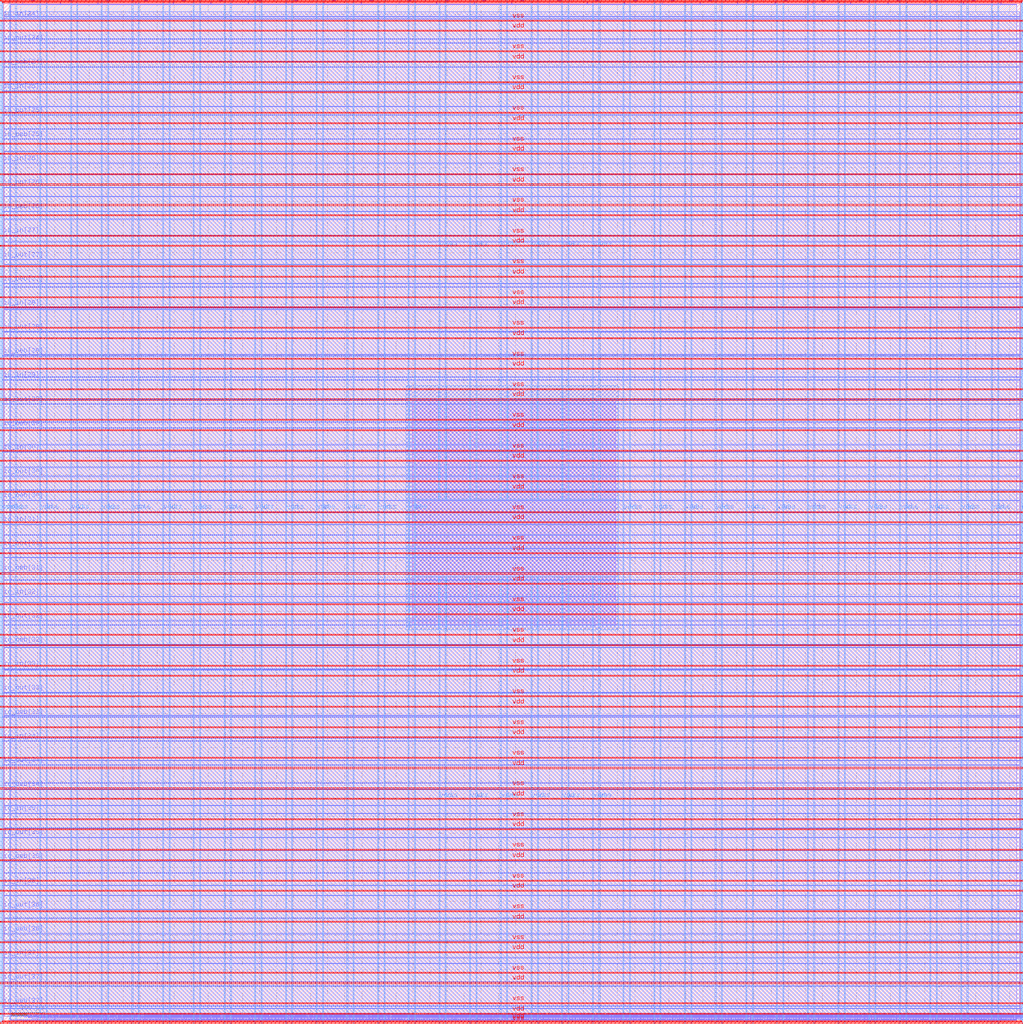
<source format=lef>
VERSION 5.7 ;
  NOWIREEXTENSIONATPIN ON ;
  DIVIDERCHAR "/" ;
  BUSBITCHARS "[]" ;
MACRO user_project_wrapper
  CLASS BLOCK ;
  FOREIGN user_project_wrapper ;
  ORIGIN 0.000 0.000 ;
  SIZE 2980.200 BY 2980.200 ;
  PIN io_in[0]
    DIRECTION INPUT ;
    USE SIGNAL ;
    PORT
      LAYER Metal3 ;
        RECT 2977.800 35.560 2985.000 36.680 ;
    END
  END io_in[0]
  PIN io_in[10]
    DIRECTION INPUT ;
    USE SIGNAL ;
    PORT
      LAYER Metal3 ;
        RECT 2977.800 2017.960 2985.000 2019.080 ;
    END
  END io_in[10]
  PIN io_in[11]
    DIRECTION INPUT ;
    USE SIGNAL ;
    PORT
      LAYER Metal3 ;
        RECT 2977.800 2216.200 2985.000 2217.320 ;
    END
  END io_in[11]
  PIN io_in[12]
    DIRECTION INPUT ;
    USE SIGNAL ;
    PORT
      LAYER Metal3 ;
        RECT 2977.800 2414.440 2985.000 2415.560 ;
    END
  END io_in[12]
  PIN io_in[13]
    DIRECTION INPUT ;
    USE SIGNAL ;
    PORT
      LAYER Metal3 ;
        RECT 2977.800 2612.680 2985.000 2613.800 ;
    END
  END io_in[13]
  PIN io_in[14]
    DIRECTION INPUT ;
    USE SIGNAL ;
    PORT
      LAYER Metal3 ;
        RECT 2977.800 2810.920 2985.000 2812.040 ;
    END
  END io_in[14]
  PIN io_in[15]
    DIRECTION INPUT ;
    USE SIGNAL ;
    PORT
      LAYER Metal2 ;
        RECT 2923.480 2977.800 2924.600 2985.000 ;
    END
  END io_in[15]
  PIN io_in[16]
    DIRECTION INPUT ;
    USE SIGNAL ;
    PORT
      LAYER Metal2 ;
        RECT 2592.520 2977.800 2593.640 2985.000 ;
    END
  END io_in[16]
  PIN io_in[17]
    DIRECTION INPUT ;
    USE SIGNAL ;
    PORT
      LAYER Metal2 ;
        RECT 2261.560 2977.800 2262.680 2985.000 ;
    END
  END io_in[17]
  PIN io_in[18]
    DIRECTION INPUT ;
    USE SIGNAL ;
    PORT
      LAYER Metal2 ;
        RECT 1930.600 2977.800 1931.720 2985.000 ;
    END
  END io_in[18]
  PIN io_in[19]
    DIRECTION INPUT ;
    USE SIGNAL ;
    PORT
      LAYER Metal2 ;
        RECT 1599.640 2977.800 1600.760 2985.000 ;
    END
  END io_in[19]
  PIN io_in[1]
    DIRECTION INPUT ;
    USE SIGNAL ;
    PORT
      LAYER Metal3 ;
        RECT 2977.800 233.800 2985.000 234.920 ;
    END
  END io_in[1]
  PIN io_in[20]
    DIRECTION INPUT ;
    USE SIGNAL ;
    PORT
      LAYER Metal2 ;
        RECT 1268.680 2977.800 1269.800 2985.000 ;
    END
  END io_in[20]
  PIN io_in[21]
    DIRECTION INPUT ;
    USE SIGNAL ;
    PORT
      LAYER Metal2 ;
        RECT 937.720 2977.800 938.840 2985.000 ;
    END
  END io_in[21]
  PIN io_in[22]
    DIRECTION INPUT ;
    USE SIGNAL ;
    PORT
      LAYER Metal2 ;
        RECT 606.760 2977.800 607.880 2985.000 ;
    END
  END io_in[22]
  PIN io_in[23]
    DIRECTION INPUT ;
    USE SIGNAL ;
    PORT
      LAYER Metal2 ;
        RECT 275.800 2977.800 276.920 2985.000 ;
    END
  END io_in[23]
  PIN io_in[24]
    DIRECTION INPUT ;
    USE SIGNAL ;
    PORT
      LAYER Metal3 ;
        RECT -4.800 2935.800 2.400 2936.920 ;
    END
  END io_in[24]
  PIN io_in[25]
    DIRECTION INPUT ;
    USE SIGNAL ;
    PORT
      LAYER Metal3 ;
        RECT -4.800 2724.120 2.400 2725.240 ;
    END
  END io_in[25]
  PIN io_in[26]
    DIRECTION INPUT ;
    USE SIGNAL ;
    PORT
      LAYER Metal3 ;
        RECT -4.800 2512.440 2.400 2513.560 ;
    END
  END io_in[26]
  PIN io_in[27]
    DIRECTION INPUT ;
    USE SIGNAL ;
    PORT
      LAYER Metal3 ;
        RECT -4.800 2300.760 2.400 2301.880 ;
    END
  END io_in[27]
  PIN io_in[28]
    DIRECTION INPUT ;
    USE SIGNAL ;
    PORT
      LAYER Metal3 ;
        RECT -4.800 2089.080 2.400 2090.200 ;
    END
  END io_in[28]
  PIN io_in[29]
    DIRECTION INPUT ;
    USE SIGNAL ;
    PORT
      LAYER Metal3 ;
        RECT -4.800 1877.400 2.400 1878.520 ;
    END
  END io_in[29]
  PIN io_in[2]
    DIRECTION INPUT ;
    USE SIGNAL ;
    PORT
      LAYER Metal3 ;
        RECT 2977.800 432.040 2985.000 433.160 ;
    END
  END io_in[2]
  PIN io_in[30]
    DIRECTION INPUT ;
    USE SIGNAL ;
    PORT
      LAYER Metal3 ;
        RECT -4.800 1665.720 2.400 1666.840 ;
    END
  END io_in[30]
  PIN io_in[31]
    DIRECTION INPUT ;
    USE SIGNAL ;
    PORT
      LAYER Metal3 ;
        RECT -4.800 1454.040 2.400 1455.160 ;
    END
  END io_in[31]
  PIN io_in[32]
    DIRECTION INPUT ;
    USE SIGNAL ;
    PORT
      LAYER Metal3 ;
        RECT -4.800 1242.360 2.400 1243.480 ;
    END
  END io_in[32]
  PIN io_in[33]
    DIRECTION INPUT ;
    USE SIGNAL ;
    PORT
      LAYER Metal3 ;
        RECT -4.800 1030.680 2.400 1031.800 ;
    END
  END io_in[33]
  PIN io_in[34]
    DIRECTION INPUT ;
    USE SIGNAL ;
    PORT
      LAYER Metal3 ;
        RECT -4.800 819.000 2.400 820.120 ;
    END
  END io_in[34]
  PIN io_in[35]
    DIRECTION INPUT ;
    USE SIGNAL ;
    PORT
      LAYER Metal3 ;
        RECT -4.800 607.320 2.400 608.440 ;
    END
  END io_in[35]
  PIN io_in[36]
    DIRECTION INPUT ;
    USE SIGNAL ;
    PORT
      LAYER Metal3 ;
        RECT -4.800 395.640 2.400 396.760 ;
    END
  END io_in[36]
  PIN io_in[37]
    DIRECTION INPUT ;
    USE SIGNAL ;
    PORT
      LAYER Metal3 ;
        RECT -4.800 183.960 2.400 185.080 ;
    END
  END io_in[37]
  PIN io_in[3]
    DIRECTION INPUT ;
    USE SIGNAL ;
    PORT
      LAYER Metal3 ;
        RECT 2977.800 630.280 2985.000 631.400 ;
    END
  END io_in[3]
  PIN io_in[4]
    DIRECTION INPUT ;
    USE SIGNAL ;
    PORT
      LAYER Metal3 ;
        RECT 2977.800 828.520 2985.000 829.640 ;
    END
  END io_in[4]
  PIN io_in[5]
    DIRECTION INPUT ;
    USE SIGNAL ;
    PORT
      LAYER Metal3 ;
        RECT 2977.800 1026.760 2985.000 1027.880 ;
    END
  END io_in[5]
  PIN io_in[6]
    DIRECTION INPUT ;
    USE SIGNAL ;
    PORT
      LAYER Metal3 ;
        RECT 2977.800 1225.000 2985.000 1226.120 ;
    END
  END io_in[6]
  PIN io_in[7]
    DIRECTION INPUT ;
    USE SIGNAL ;
    PORT
      LAYER Metal3 ;
        RECT 2977.800 1423.240 2985.000 1424.360 ;
    END
  END io_in[7]
  PIN io_in[8]
    DIRECTION INPUT ;
    USE SIGNAL ;
    PORT
      LAYER Metal3 ;
        RECT 2977.800 1621.480 2985.000 1622.600 ;
    END
  END io_in[8]
  PIN io_in[9]
    DIRECTION INPUT ;
    USE SIGNAL ;
    PORT
      LAYER Metal3 ;
        RECT 2977.800 1819.720 2985.000 1820.840 ;
    END
  END io_in[9]
  PIN io_oeb[0]
    DIRECTION OUTPUT TRISTATE ;
    USE SIGNAL ;
    PORT
      LAYER Metal3 ;
        RECT 2977.800 167.720 2985.000 168.840 ;
    END
  END io_oeb[0]
  PIN io_oeb[10]
    DIRECTION OUTPUT TRISTATE ;
    USE SIGNAL ;
    PORT
      LAYER Metal3 ;
        RECT 2977.800 2150.120 2985.000 2151.240 ;
    END
  END io_oeb[10]
  PIN io_oeb[11]
    DIRECTION OUTPUT TRISTATE ;
    USE SIGNAL ;
    PORT
      LAYER Metal3 ;
        RECT 2977.800 2348.360 2985.000 2349.480 ;
    END
  END io_oeb[11]
  PIN io_oeb[12]
    DIRECTION OUTPUT TRISTATE ;
    USE SIGNAL ;
    PORT
      LAYER Metal3 ;
        RECT 2977.800 2546.600 2985.000 2547.720 ;
    END
  END io_oeb[12]
  PIN io_oeb[13]
    DIRECTION OUTPUT TRISTATE ;
    USE SIGNAL ;
    PORT
      LAYER Metal3 ;
        RECT 2977.800 2744.840 2985.000 2745.960 ;
    END
  END io_oeb[13]
  PIN io_oeb[14]
    DIRECTION OUTPUT TRISTATE ;
    USE SIGNAL ;
    PORT
      LAYER Metal3 ;
        RECT 2977.800 2943.080 2985.000 2944.200 ;
    END
  END io_oeb[14]
  PIN io_oeb[15]
    DIRECTION OUTPUT TRISTATE ;
    USE SIGNAL ;
    PORT
      LAYER Metal2 ;
        RECT 2702.840 2977.800 2703.960 2985.000 ;
    END
  END io_oeb[15]
  PIN io_oeb[16]
    DIRECTION OUTPUT TRISTATE ;
    USE SIGNAL ;
    PORT
      LAYER Metal2 ;
        RECT 2371.880 2977.800 2373.000 2985.000 ;
    END
  END io_oeb[16]
  PIN io_oeb[17]
    DIRECTION OUTPUT TRISTATE ;
    USE SIGNAL ;
    PORT
      LAYER Metal2 ;
        RECT 2040.920 2977.800 2042.040 2985.000 ;
    END
  END io_oeb[17]
  PIN io_oeb[18]
    DIRECTION OUTPUT TRISTATE ;
    USE SIGNAL ;
    PORT
      LAYER Metal2 ;
        RECT 1709.960 2977.800 1711.080 2985.000 ;
    END
  END io_oeb[18]
  PIN io_oeb[19]
    DIRECTION OUTPUT TRISTATE ;
    USE SIGNAL ;
    PORT
      LAYER Metal2 ;
        RECT 1379.000 2977.800 1380.120 2985.000 ;
    END
  END io_oeb[19]
  PIN io_oeb[1]
    DIRECTION OUTPUT TRISTATE ;
    USE SIGNAL ;
    PORT
      LAYER Metal3 ;
        RECT 2977.800 365.960 2985.000 367.080 ;
    END
  END io_oeb[1]
  PIN io_oeb[20]
    DIRECTION OUTPUT TRISTATE ;
    USE SIGNAL ;
    PORT
      LAYER Metal2 ;
        RECT 1048.040 2977.800 1049.160 2985.000 ;
    END
  END io_oeb[20]
  PIN io_oeb[21]
    DIRECTION OUTPUT TRISTATE ;
    USE SIGNAL ;
    PORT
      LAYER Metal2 ;
        RECT 717.080 2977.800 718.200 2985.000 ;
    END
  END io_oeb[21]
  PIN io_oeb[22]
    DIRECTION OUTPUT TRISTATE ;
    USE SIGNAL ;
    PORT
      LAYER Metal2 ;
        RECT 386.120 2977.800 387.240 2985.000 ;
    END
  END io_oeb[22]
  PIN io_oeb[23]
    DIRECTION OUTPUT TRISTATE ;
    USE SIGNAL ;
    PORT
      LAYER Metal2 ;
        RECT 55.160 2977.800 56.280 2985.000 ;
    END
  END io_oeb[23]
  PIN io_oeb[24]
    DIRECTION OUTPUT TRISTATE ;
    USE SIGNAL ;
    PORT
      LAYER Metal3 ;
        RECT -4.800 2794.680 2.400 2795.800 ;
    END
  END io_oeb[24]
  PIN io_oeb[25]
    DIRECTION OUTPUT TRISTATE ;
    USE SIGNAL ;
    PORT
      LAYER Metal3 ;
        RECT -4.800 2583.000 2.400 2584.120 ;
    END
  END io_oeb[25]
  PIN io_oeb[26]
    DIRECTION OUTPUT TRISTATE ;
    USE SIGNAL ;
    PORT
      LAYER Metal3 ;
        RECT -4.800 2371.320 2.400 2372.440 ;
    END
  END io_oeb[26]
  PIN io_oeb[27]
    DIRECTION OUTPUT TRISTATE ;
    USE SIGNAL ;
    PORT
      LAYER Metal3 ;
        RECT -4.800 2159.640 2.400 2160.760 ;
    END
  END io_oeb[27]
  PIN io_oeb[28]
    DIRECTION OUTPUT TRISTATE ;
    USE SIGNAL ;
    PORT
      LAYER Metal3 ;
        RECT -4.800 1947.960 2.400 1949.080 ;
    END
  END io_oeb[28]
  PIN io_oeb[29]
    DIRECTION OUTPUT TRISTATE ;
    USE SIGNAL ;
    PORT
      LAYER Metal3 ;
        RECT -4.800 1736.280 2.400 1737.400 ;
    END
  END io_oeb[29]
  PIN io_oeb[2]
    DIRECTION OUTPUT TRISTATE ;
    USE SIGNAL ;
    PORT
      LAYER Metal3 ;
        RECT 2977.800 564.200 2985.000 565.320 ;
    END
  END io_oeb[2]
  PIN io_oeb[30]
    DIRECTION OUTPUT TRISTATE ;
    USE SIGNAL ;
    PORT
      LAYER Metal3 ;
        RECT -4.800 1524.600 2.400 1525.720 ;
    END
  END io_oeb[30]
  PIN io_oeb[31]
    DIRECTION OUTPUT TRISTATE ;
    USE SIGNAL ;
    PORT
      LAYER Metal3 ;
        RECT -4.800 1312.920 2.400 1314.040 ;
    END
  END io_oeb[31]
  PIN io_oeb[32]
    DIRECTION OUTPUT TRISTATE ;
    USE SIGNAL ;
    PORT
      LAYER Metal3 ;
        RECT -4.800 1101.240 2.400 1102.360 ;
    END
  END io_oeb[32]
  PIN io_oeb[33]
    DIRECTION OUTPUT TRISTATE ;
    USE SIGNAL ;
    PORT
      LAYER Metal3 ;
        RECT -4.800 889.560 2.400 890.680 ;
    END
  END io_oeb[33]
  PIN io_oeb[34]
    DIRECTION OUTPUT TRISTATE ;
    USE SIGNAL ;
    PORT
      LAYER Metal3 ;
        RECT -4.800 677.880 2.400 679.000 ;
    END
  END io_oeb[34]
  PIN io_oeb[35]
    DIRECTION OUTPUT TRISTATE ;
    USE SIGNAL ;
    PORT
      LAYER Metal3 ;
        RECT -4.800 466.200 2.400 467.320 ;
    END
  END io_oeb[35]
  PIN io_oeb[36]
    DIRECTION OUTPUT TRISTATE ;
    USE SIGNAL ;
    PORT
      LAYER Metal3 ;
        RECT -4.800 254.520 2.400 255.640 ;
    END
  END io_oeb[36]
  PIN io_oeb[37]
    DIRECTION OUTPUT TRISTATE ;
    USE SIGNAL ;
    PORT
      LAYER Metal3 ;
        RECT -4.800 42.840 2.400 43.960 ;
    END
  END io_oeb[37]
  PIN io_oeb[3]
    DIRECTION OUTPUT TRISTATE ;
    USE SIGNAL ;
    PORT
      LAYER Metal3 ;
        RECT 2977.800 762.440 2985.000 763.560 ;
    END
  END io_oeb[3]
  PIN io_oeb[4]
    DIRECTION OUTPUT TRISTATE ;
    USE SIGNAL ;
    PORT
      LAYER Metal3 ;
        RECT 2977.800 960.680 2985.000 961.800 ;
    END
  END io_oeb[4]
  PIN io_oeb[5]
    DIRECTION OUTPUT TRISTATE ;
    USE SIGNAL ;
    PORT
      LAYER Metal3 ;
        RECT 2977.800 1158.920 2985.000 1160.040 ;
    END
  END io_oeb[5]
  PIN io_oeb[6]
    DIRECTION OUTPUT TRISTATE ;
    USE SIGNAL ;
    PORT
      LAYER Metal3 ;
        RECT 2977.800 1357.160 2985.000 1358.280 ;
    END
  END io_oeb[6]
  PIN io_oeb[7]
    DIRECTION OUTPUT TRISTATE ;
    USE SIGNAL ;
    PORT
      LAYER Metal3 ;
        RECT 2977.800 1555.400 2985.000 1556.520 ;
    END
  END io_oeb[7]
  PIN io_oeb[8]
    DIRECTION OUTPUT TRISTATE ;
    USE SIGNAL ;
    PORT
      LAYER Metal3 ;
        RECT 2977.800 1753.640 2985.000 1754.760 ;
    END
  END io_oeb[8]
  PIN io_oeb[9]
    DIRECTION OUTPUT TRISTATE ;
    USE SIGNAL ;
    PORT
      LAYER Metal3 ;
        RECT 2977.800 1951.880 2985.000 1953.000 ;
    END
  END io_oeb[9]
  PIN io_out[0]
    DIRECTION OUTPUT TRISTATE ;
    USE SIGNAL ;
    PORT
      LAYER Metal3 ;
        RECT 2977.800 101.640 2985.000 102.760 ;
    END
  END io_out[0]
  PIN io_out[10]
    DIRECTION OUTPUT TRISTATE ;
    USE SIGNAL ;
    PORT
      LAYER Metal3 ;
        RECT 2977.800 2084.040 2985.000 2085.160 ;
    END
  END io_out[10]
  PIN io_out[11]
    DIRECTION OUTPUT TRISTATE ;
    USE SIGNAL ;
    PORT
      LAYER Metal3 ;
        RECT 2977.800 2282.280 2985.000 2283.400 ;
    END
  END io_out[11]
  PIN io_out[12]
    DIRECTION OUTPUT TRISTATE ;
    USE SIGNAL ;
    PORT
      LAYER Metal3 ;
        RECT 2977.800 2480.520 2985.000 2481.640 ;
    END
  END io_out[12]
  PIN io_out[13]
    DIRECTION OUTPUT TRISTATE ;
    USE SIGNAL ;
    PORT
      LAYER Metal3 ;
        RECT 2977.800 2678.760 2985.000 2679.880 ;
    END
  END io_out[13]
  PIN io_out[14]
    DIRECTION OUTPUT TRISTATE ;
    USE SIGNAL ;
    PORT
      LAYER Metal3 ;
        RECT 2977.800 2877.000 2985.000 2878.120 ;
    END
  END io_out[14]
  PIN io_out[15]
    DIRECTION OUTPUT TRISTATE ;
    USE SIGNAL ;
    PORT
      LAYER Metal2 ;
        RECT 2813.160 2977.800 2814.280 2985.000 ;
    END
  END io_out[15]
  PIN io_out[16]
    DIRECTION OUTPUT TRISTATE ;
    USE SIGNAL ;
    PORT
      LAYER Metal2 ;
        RECT 2482.200 2977.800 2483.320 2985.000 ;
    END
  END io_out[16]
  PIN io_out[17]
    DIRECTION OUTPUT TRISTATE ;
    USE SIGNAL ;
    PORT
      LAYER Metal2 ;
        RECT 2151.240 2977.800 2152.360 2985.000 ;
    END
  END io_out[17]
  PIN io_out[18]
    DIRECTION OUTPUT TRISTATE ;
    USE SIGNAL ;
    PORT
      LAYER Metal2 ;
        RECT 1820.280 2977.800 1821.400 2985.000 ;
    END
  END io_out[18]
  PIN io_out[19]
    DIRECTION OUTPUT TRISTATE ;
    USE SIGNAL ;
    PORT
      LAYER Metal2 ;
        RECT 1489.320 2977.800 1490.440 2985.000 ;
    END
  END io_out[19]
  PIN io_out[1]
    DIRECTION OUTPUT TRISTATE ;
    USE SIGNAL ;
    PORT
      LAYER Metal3 ;
        RECT 2977.800 299.880 2985.000 301.000 ;
    END
  END io_out[1]
  PIN io_out[20]
    DIRECTION OUTPUT TRISTATE ;
    USE SIGNAL ;
    PORT
      LAYER Metal2 ;
        RECT 1158.360 2977.800 1159.480 2985.000 ;
    END
  END io_out[20]
  PIN io_out[21]
    DIRECTION OUTPUT TRISTATE ;
    USE SIGNAL ;
    PORT
      LAYER Metal2 ;
        RECT 827.400 2977.800 828.520 2985.000 ;
    END
  END io_out[21]
  PIN io_out[22]
    DIRECTION OUTPUT TRISTATE ;
    USE SIGNAL ;
    PORT
      LAYER Metal2 ;
        RECT 496.440 2977.800 497.560 2985.000 ;
    END
  END io_out[22]
  PIN io_out[23]
    DIRECTION OUTPUT TRISTATE ;
    USE SIGNAL ;
    PORT
      LAYER Metal2 ;
        RECT 165.480 2977.800 166.600 2985.000 ;
    END
  END io_out[23]
  PIN io_out[24]
    DIRECTION OUTPUT TRISTATE ;
    USE SIGNAL ;
    PORT
      LAYER Metal3 ;
        RECT -4.800 2865.240 2.400 2866.360 ;
    END
  END io_out[24]
  PIN io_out[25]
    DIRECTION OUTPUT TRISTATE ;
    USE SIGNAL ;
    PORT
      LAYER Metal3 ;
        RECT -4.800 2653.560 2.400 2654.680 ;
    END
  END io_out[25]
  PIN io_out[26]
    DIRECTION OUTPUT TRISTATE ;
    USE SIGNAL ;
    PORT
      LAYER Metal3 ;
        RECT -4.800 2441.880 2.400 2443.000 ;
    END
  END io_out[26]
  PIN io_out[27]
    DIRECTION OUTPUT TRISTATE ;
    USE SIGNAL ;
    PORT
      LAYER Metal3 ;
        RECT -4.800 2230.200 2.400 2231.320 ;
    END
  END io_out[27]
  PIN io_out[28]
    DIRECTION OUTPUT TRISTATE ;
    USE SIGNAL ;
    PORT
      LAYER Metal3 ;
        RECT -4.800 2018.520 2.400 2019.640 ;
    END
  END io_out[28]
  PIN io_out[29]
    DIRECTION OUTPUT TRISTATE ;
    USE SIGNAL ;
    PORT
      LAYER Metal3 ;
        RECT -4.800 1806.840 2.400 1807.960 ;
    END
  END io_out[29]
  PIN io_out[2]
    DIRECTION OUTPUT TRISTATE ;
    USE SIGNAL ;
    PORT
      LAYER Metal3 ;
        RECT 2977.800 498.120 2985.000 499.240 ;
    END
  END io_out[2]
  PIN io_out[30]
    DIRECTION OUTPUT TRISTATE ;
    USE SIGNAL ;
    PORT
      LAYER Metal3 ;
        RECT -4.800 1595.160 2.400 1596.280 ;
    END
  END io_out[30]
  PIN io_out[31]
    DIRECTION OUTPUT TRISTATE ;
    USE SIGNAL ;
    PORT
      LAYER Metal3 ;
        RECT -4.800 1383.480 2.400 1384.600 ;
    END
  END io_out[31]
  PIN io_out[32]
    DIRECTION OUTPUT TRISTATE ;
    USE SIGNAL ;
    PORT
      LAYER Metal3 ;
        RECT -4.800 1171.800 2.400 1172.920 ;
    END
  END io_out[32]
  PIN io_out[33]
    DIRECTION OUTPUT TRISTATE ;
    USE SIGNAL ;
    PORT
      LAYER Metal3 ;
        RECT -4.800 960.120 2.400 961.240 ;
    END
  END io_out[33]
  PIN io_out[34]
    DIRECTION OUTPUT TRISTATE ;
    USE SIGNAL ;
    PORT
      LAYER Metal3 ;
        RECT -4.800 748.440 2.400 749.560 ;
    END
  END io_out[34]
  PIN io_out[35]
    DIRECTION OUTPUT TRISTATE ;
    USE SIGNAL ;
    PORT
      LAYER Metal3 ;
        RECT -4.800 536.760 2.400 537.880 ;
    END
  END io_out[35]
  PIN io_out[36]
    DIRECTION OUTPUT TRISTATE ;
    USE SIGNAL ;
    PORT
      LAYER Metal3 ;
        RECT -4.800 325.080 2.400 326.200 ;
    END
  END io_out[36]
  PIN io_out[37]
    DIRECTION OUTPUT TRISTATE ;
    USE SIGNAL ;
    PORT
      LAYER Metal3 ;
        RECT -4.800 113.400 2.400 114.520 ;
    END
  END io_out[37]
  PIN io_out[3]
    DIRECTION OUTPUT TRISTATE ;
    USE SIGNAL ;
    PORT
      LAYER Metal3 ;
        RECT 2977.800 696.360 2985.000 697.480 ;
    END
  END io_out[3]
  PIN io_out[4]
    DIRECTION OUTPUT TRISTATE ;
    USE SIGNAL ;
    PORT
      LAYER Metal3 ;
        RECT 2977.800 894.600 2985.000 895.720 ;
    END
  END io_out[4]
  PIN io_out[5]
    DIRECTION OUTPUT TRISTATE ;
    USE SIGNAL ;
    PORT
      LAYER Metal3 ;
        RECT 2977.800 1092.840 2985.000 1093.960 ;
    END
  END io_out[5]
  PIN io_out[6]
    DIRECTION OUTPUT TRISTATE ;
    USE SIGNAL ;
    PORT
      LAYER Metal3 ;
        RECT 2977.800 1291.080 2985.000 1292.200 ;
    END
  END io_out[6]
  PIN io_out[7]
    DIRECTION OUTPUT TRISTATE ;
    USE SIGNAL ;
    PORT
      LAYER Metal3 ;
        RECT 2977.800 1489.320 2985.000 1490.440 ;
    END
  END io_out[7]
  PIN io_out[8]
    DIRECTION OUTPUT TRISTATE ;
    USE SIGNAL ;
    PORT
      LAYER Metal3 ;
        RECT 2977.800 1687.560 2985.000 1688.680 ;
    END
  END io_out[8]
  PIN io_out[9]
    DIRECTION OUTPUT TRISTATE ;
    USE SIGNAL ;
    PORT
      LAYER Metal3 ;
        RECT 2977.800 1885.800 2985.000 1886.920 ;
    END
  END io_out[9]
  PIN la_data_in[0]
    DIRECTION INPUT ;
    USE SIGNAL ;
    PORT
      LAYER Metal2 ;
        RECT 1065.960 -4.800 1067.080 2.400 ;
    END
  END la_data_in[0]
  PIN la_data_in[10]
    DIRECTION INPUT ;
    USE SIGNAL ;
    PORT
      LAYER Metal2 ;
        RECT 1351.560 -4.800 1352.680 2.400 ;
    END
  END la_data_in[10]
  PIN la_data_in[11]
    DIRECTION INPUT ;
    USE SIGNAL ;
    PORT
      LAYER Metal2 ;
        RECT 1380.120 -4.800 1381.240 2.400 ;
    END
  END la_data_in[11]
  PIN la_data_in[12]
    DIRECTION INPUT ;
    USE SIGNAL ;
    PORT
      LAYER Metal2 ;
        RECT 1408.680 -4.800 1409.800 2.400 ;
    END
  END la_data_in[12]
  PIN la_data_in[13]
    DIRECTION INPUT ;
    USE SIGNAL ;
    PORT
      LAYER Metal2 ;
        RECT 1437.240 -4.800 1438.360 2.400 ;
    END
  END la_data_in[13]
  PIN la_data_in[14]
    DIRECTION INPUT ;
    USE SIGNAL ;
    PORT
      LAYER Metal2 ;
        RECT 1465.800 -4.800 1466.920 2.400 ;
    END
  END la_data_in[14]
  PIN la_data_in[15]
    DIRECTION INPUT ;
    USE SIGNAL ;
    PORT
      LAYER Metal2 ;
        RECT 1494.360 -4.800 1495.480 2.400 ;
    END
  END la_data_in[15]
  PIN la_data_in[16]
    DIRECTION INPUT ;
    USE SIGNAL ;
    PORT
      LAYER Metal2 ;
        RECT 1522.920 -4.800 1524.040 2.400 ;
    END
  END la_data_in[16]
  PIN la_data_in[17]
    DIRECTION INPUT ;
    USE SIGNAL ;
    PORT
      LAYER Metal2 ;
        RECT 1551.480 -4.800 1552.600 2.400 ;
    END
  END la_data_in[17]
  PIN la_data_in[18]
    DIRECTION INPUT ;
    USE SIGNAL ;
    PORT
      LAYER Metal2 ;
        RECT 1580.040 -4.800 1581.160 2.400 ;
    END
  END la_data_in[18]
  PIN la_data_in[19]
    DIRECTION INPUT ;
    USE SIGNAL ;
    PORT
      LAYER Metal2 ;
        RECT 1608.600 -4.800 1609.720 2.400 ;
    END
  END la_data_in[19]
  PIN la_data_in[1]
    DIRECTION INPUT ;
    USE SIGNAL ;
    PORT
      LAYER Metal2 ;
        RECT 1094.520 -4.800 1095.640 2.400 ;
    END
  END la_data_in[1]
  PIN la_data_in[20]
    DIRECTION INPUT ;
    USE SIGNAL ;
    PORT
      LAYER Metal2 ;
        RECT 1637.160 -4.800 1638.280 2.400 ;
    END
  END la_data_in[20]
  PIN la_data_in[21]
    DIRECTION INPUT ;
    USE SIGNAL ;
    PORT
      LAYER Metal2 ;
        RECT 1665.720 -4.800 1666.840 2.400 ;
    END
  END la_data_in[21]
  PIN la_data_in[22]
    DIRECTION INPUT ;
    USE SIGNAL ;
    PORT
      LAYER Metal2 ;
        RECT 1694.280 -4.800 1695.400 2.400 ;
    END
  END la_data_in[22]
  PIN la_data_in[23]
    DIRECTION INPUT ;
    USE SIGNAL ;
    PORT
      LAYER Metal2 ;
        RECT 1722.840 -4.800 1723.960 2.400 ;
    END
  END la_data_in[23]
  PIN la_data_in[24]
    DIRECTION INPUT ;
    USE SIGNAL ;
    PORT
      LAYER Metal2 ;
        RECT 1751.400 -4.800 1752.520 2.400 ;
    END
  END la_data_in[24]
  PIN la_data_in[25]
    DIRECTION INPUT ;
    USE SIGNAL ;
    PORT
      LAYER Metal2 ;
        RECT 1779.960 -4.800 1781.080 2.400 ;
    END
  END la_data_in[25]
  PIN la_data_in[26]
    DIRECTION INPUT ;
    USE SIGNAL ;
    PORT
      LAYER Metal2 ;
        RECT 1808.520 -4.800 1809.640 2.400 ;
    END
  END la_data_in[26]
  PIN la_data_in[27]
    DIRECTION INPUT ;
    USE SIGNAL ;
    PORT
      LAYER Metal2 ;
        RECT 1837.080 -4.800 1838.200 2.400 ;
    END
  END la_data_in[27]
  PIN la_data_in[28]
    DIRECTION INPUT ;
    USE SIGNAL ;
    PORT
      LAYER Metal2 ;
        RECT 1865.640 -4.800 1866.760 2.400 ;
    END
  END la_data_in[28]
  PIN la_data_in[29]
    DIRECTION INPUT ;
    USE SIGNAL ;
    PORT
      LAYER Metal2 ;
        RECT 1894.200 -4.800 1895.320 2.400 ;
    END
  END la_data_in[29]
  PIN la_data_in[2]
    DIRECTION INPUT ;
    USE SIGNAL ;
    PORT
      LAYER Metal2 ;
        RECT 1123.080 -4.800 1124.200 2.400 ;
    END
  END la_data_in[2]
  PIN la_data_in[30]
    DIRECTION INPUT ;
    USE SIGNAL ;
    PORT
      LAYER Metal2 ;
        RECT 1922.760 -4.800 1923.880 2.400 ;
    END
  END la_data_in[30]
  PIN la_data_in[31]
    DIRECTION INPUT ;
    USE SIGNAL ;
    PORT
      LAYER Metal2 ;
        RECT 1951.320 -4.800 1952.440 2.400 ;
    END
  END la_data_in[31]
  PIN la_data_in[32]
    DIRECTION INPUT ;
    USE SIGNAL ;
    PORT
      LAYER Metal2 ;
        RECT 1979.880 -4.800 1981.000 2.400 ;
    END
  END la_data_in[32]
  PIN la_data_in[33]
    DIRECTION INPUT ;
    USE SIGNAL ;
    PORT
      LAYER Metal2 ;
        RECT 2008.440 -4.800 2009.560 2.400 ;
    END
  END la_data_in[33]
  PIN la_data_in[34]
    DIRECTION INPUT ;
    USE SIGNAL ;
    PORT
      LAYER Metal2 ;
        RECT 2037.000 -4.800 2038.120 2.400 ;
    END
  END la_data_in[34]
  PIN la_data_in[35]
    DIRECTION INPUT ;
    USE SIGNAL ;
    PORT
      LAYER Metal2 ;
        RECT 2065.560 -4.800 2066.680 2.400 ;
    END
  END la_data_in[35]
  PIN la_data_in[36]
    DIRECTION INPUT ;
    USE SIGNAL ;
    PORT
      LAYER Metal2 ;
        RECT 2094.120 -4.800 2095.240 2.400 ;
    END
  END la_data_in[36]
  PIN la_data_in[37]
    DIRECTION INPUT ;
    USE SIGNAL ;
    PORT
      LAYER Metal2 ;
        RECT 2122.680 -4.800 2123.800 2.400 ;
    END
  END la_data_in[37]
  PIN la_data_in[38]
    DIRECTION INPUT ;
    USE SIGNAL ;
    PORT
      LAYER Metal2 ;
        RECT 2151.240 -4.800 2152.360 2.400 ;
    END
  END la_data_in[38]
  PIN la_data_in[39]
    DIRECTION INPUT ;
    USE SIGNAL ;
    PORT
      LAYER Metal2 ;
        RECT 2179.800 -4.800 2180.920 2.400 ;
    END
  END la_data_in[39]
  PIN la_data_in[3]
    DIRECTION INPUT ;
    USE SIGNAL ;
    PORT
      LAYER Metal2 ;
        RECT 1151.640 -4.800 1152.760 2.400 ;
    END
  END la_data_in[3]
  PIN la_data_in[40]
    DIRECTION INPUT ;
    USE SIGNAL ;
    PORT
      LAYER Metal2 ;
        RECT 2208.360 -4.800 2209.480 2.400 ;
    END
  END la_data_in[40]
  PIN la_data_in[41]
    DIRECTION INPUT ;
    USE SIGNAL ;
    PORT
      LAYER Metal2 ;
        RECT 2236.920 -4.800 2238.040 2.400 ;
    END
  END la_data_in[41]
  PIN la_data_in[42]
    DIRECTION INPUT ;
    USE SIGNAL ;
    PORT
      LAYER Metal2 ;
        RECT 2265.480 -4.800 2266.600 2.400 ;
    END
  END la_data_in[42]
  PIN la_data_in[43]
    DIRECTION INPUT ;
    USE SIGNAL ;
    PORT
      LAYER Metal2 ;
        RECT 2294.040 -4.800 2295.160 2.400 ;
    END
  END la_data_in[43]
  PIN la_data_in[44]
    DIRECTION INPUT ;
    USE SIGNAL ;
    PORT
      LAYER Metal2 ;
        RECT 2322.600 -4.800 2323.720 2.400 ;
    END
  END la_data_in[44]
  PIN la_data_in[45]
    DIRECTION INPUT ;
    USE SIGNAL ;
    PORT
      LAYER Metal2 ;
        RECT 2351.160 -4.800 2352.280 2.400 ;
    END
  END la_data_in[45]
  PIN la_data_in[46]
    DIRECTION INPUT ;
    USE SIGNAL ;
    PORT
      LAYER Metal2 ;
        RECT 2379.720 -4.800 2380.840 2.400 ;
    END
  END la_data_in[46]
  PIN la_data_in[47]
    DIRECTION INPUT ;
    USE SIGNAL ;
    PORT
      LAYER Metal2 ;
        RECT 2408.280 -4.800 2409.400 2.400 ;
    END
  END la_data_in[47]
  PIN la_data_in[48]
    DIRECTION INPUT ;
    USE SIGNAL ;
    PORT
      LAYER Metal2 ;
        RECT 2436.840 -4.800 2437.960 2.400 ;
    END
  END la_data_in[48]
  PIN la_data_in[49]
    DIRECTION INPUT ;
    USE SIGNAL ;
    PORT
      LAYER Metal2 ;
        RECT 2465.400 -4.800 2466.520 2.400 ;
    END
  END la_data_in[49]
  PIN la_data_in[4]
    DIRECTION INPUT ;
    USE SIGNAL ;
    PORT
      LAYER Metal2 ;
        RECT 1180.200 -4.800 1181.320 2.400 ;
    END
  END la_data_in[4]
  PIN la_data_in[50]
    DIRECTION INPUT ;
    USE SIGNAL ;
    PORT
      LAYER Metal2 ;
        RECT 2493.960 -4.800 2495.080 2.400 ;
    END
  END la_data_in[50]
  PIN la_data_in[51]
    DIRECTION INPUT ;
    USE SIGNAL ;
    PORT
      LAYER Metal2 ;
        RECT 2522.520 -4.800 2523.640 2.400 ;
    END
  END la_data_in[51]
  PIN la_data_in[52]
    DIRECTION INPUT ;
    USE SIGNAL ;
    PORT
      LAYER Metal2 ;
        RECT 2551.080 -4.800 2552.200 2.400 ;
    END
  END la_data_in[52]
  PIN la_data_in[53]
    DIRECTION INPUT ;
    USE SIGNAL ;
    PORT
      LAYER Metal2 ;
        RECT 2579.640 -4.800 2580.760 2.400 ;
    END
  END la_data_in[53]
  PIN la_data_in[54]
    DIRECTION INPUT ;
    USE SIGNAL ;
    PORT
      LAYER Metal2 ;
        RECT 2608.200 -4.800 2609.320 2.400 ;
    END
  END la_data_in[54]
  PIN la_data_in[55]
    DIRECTION INPUT ;
    USE SIGNAL ;
    PORT
      LAYER Metal2 ;
        RECT 2636.760 -4.800 2637.880 2.400 ;
    END
  END la_data_in[55]
  PIN la_data_in[56]
    DIRECTION INPUT ;
    USE SIGNAL ;
    PORT
      LAYER Metal2 ;
        RECT 2665.320 -4.800 2666.440 2.400 ;
    END
  END la_data_in[56]
  PIN la_data_in[57]
    DIRECTION INPUT ;
    USE SIGNAL ;
    PORT
      LAYER Metal2 ;
        RECT 2693.880 -4.800 2695.000 2.400 ;
    END
  END la_data_in[57]
  PIN la_data_in[58]
    DIRECTION INPUT ;
    USE SIGNAL ;
    PORT
      LAYER Metal2 ;
        RECT 2722.440 -4.800 2723.560 2.400 ;
    END
  END la_data_in[58]
  PIN la_data_in[59]
    DIRECTION INPUT ;
    USE SIGNAL ;
    PORT
      LAYER Metal2 ;
        RECT 2751.000 -4.800 2752.120 2.400 ;
    END
  END la_data_in[59]
  PIN la_data_in[5]
    DIRECTION INPUT ;
    USE SIGNAL ;
    PORT
      LAYER Metal2 ;
        RECT 1208.760 -4.800 1209.880 2.400 ;
    END
  END la_data_in[5]
  PIN la_data_in[60]
    DIRECTION INPUT ;
    USE SIGNAL ;
    PORT
      LAYER Metal2 ;
        RECT 2779.560 -4.800 2780.680 2.400 ;
    END
  END la_data_in[60]
  PIN la_data_in[61]
    DIRECTION INPUT ;
    USE SIGNAL ;
    PORT
      LAYER Metal2 ;
        RECT 2808.120 -4.800 2809.240 2.400 ;
    END
  END la_data_in[61]
  PIN la_data_in[62]
    DIRECTION INPUT ;
    USE SIGNAL ;
    PORT
      LAYER Metal2 ;
        RECT 2836.680 -4.800 2837.800 2.400 ;
    END
  END la_data_in[62]
  PIN la_data_in[63]
    DIRECTION INPUT ;
    USE SIGNAL ;
    PORT
      LAYER Metal2 ;
        RECT 2865.240 -4.800 2866.360 2.400 ;
    END
  END la_data_in[63]
  PIN la_data_in[6]
    DIRECTION INPUT ;
    USE SIGNAL ;
    PORT
      LAYER Metal2 ;
        RECT 1237.320 -4.800 1238.440 2.400 ;
    END
  END la_data_in[6]
  PIN la_data_in[7]
    DIRECTION INPUT ;
    USE SIGNAL ;
    PORT
      LAYER Metal2 ;
        RECT 1265.880 -4.800 1267.000 2.400 ;
    END
  END la_data_in[7]
  PIN la_data_in[8]
    DIRECTION INPUT ;
    USE SIGNAL ;
    PORT
      LAYER Metal2 ;
        RECT 1294.440 -4.800 1295.560 2.400 ;
    END
  END la_data_in[8]
  PIN la_data_in[9]
    DIRECTION INPUT ;
    USE SIGNAL ;
    PORT
      LAYER Metal2 ;
        RECT 1323.000 -4.800 1324.120 2.400 ;
    END
  END la_data_in[9]
  PIN la_data_out[0]
    DIRECTION OUTPUT TRISTATE ;
    USE SIGNAL ;
    PORT
      LAYER Metal2 ;
        RECT 1075.480 -4.800 1076.600 2.400 ;
    END
  END la_data_out[0]
  PIN la_data_out[10]
    DIRECTION OUTPUT TRISTATE ;
    USE SIGNAL ;
    PORT
      LAYER Metal2 ;
        RECT 1361.080 -4.800 1362.200 2.400 ;
    END
  END la_data_out[10]
  PIN la_data_out[11]
    DIRECTION OUTPUT TRISTATE ;
    USE SIGNAL ;
    PORT
      LAYER Metal2 ;
        RECT 1389.640 -4.800 1390.760 2.400 ;
    END
  END la_data_out[11]
  PIN la_data_out[12]
    DIRECTION OUTPUT TRISTATE ;
    USE SIGNAL ;
    PORT
      LAYER Metal2 ;
        RECT 1418.200 -4.800 1419.320 2.400 ;
    END
  END la_data_out[12]
  PIN la_data_out[13]
    DIRECTION OUTPUT TRISTATE ;
    USE SIGNAL ;
    PORT
      LAYER Metal2 ;
        RECT 1446.760 -4.800 1447.880 2.400 ;
    END
  END la_data_out[13]
  PIN la_data_out[14]
    DIRECTION OUTPUT TRISTATE ;
    USE SIGNAL ;
    PORT
      LAYER Metal2 ;
        RECT 1475.320 -4.800 1476.440 2.400 ;
    END
  END la_data_out[14]
  PIN la_data_out[15]
    DIRECTION OUTPUT TRISTATE ;
    USE SIGNAL ;
    PORT
      LAYER Metal2 ;
        RECT 1503.880 -4.800 1505.000 2.400 ;
    END
  END la_data_out[15]
  PIN la_data_out[16]
    DIRECTION OUTPUT TRISTATE ;
    USE SIGNAL ;
    PORT
      LAYER Metal2 ;
        RECT 1532.440 -4.800 1533.560 2.400 ;
    END
  END la_data_out[16]
  PIN la_data_out[17]
    DIRECTION OUTPUT TRISTATE ;
    USE SIGNAL ;
    PORT
      LAYER Metal2 ;
        RECT 1561.000 -4.800 1562.120 2.400 ;
    END
  END la_data_out[17]
  PIN la_data_out[18]
    DIRECTION OUTPUT TRISTATE ;
    USE SIGNAL ;
    PORT
      LAYER Metal2 ;
        RECT 1589.560 -4.800 1590.680 2.400 ;
    END
  END la_data_out[18]
  PIN la_data_out[19]
    DIRECTION OUTPUT TRISTATE ;
    USE SIGNAL ;
    PORT
      LAYER Metal2 ;
        RECT 1618.120 -4.800 1619.240 2.400 ;
    END
  END la_data_out[19]
  PIN la_data_out[1]
    DIRECTION OUTPUT TRISTATE ;
    USE SIGNAL ;
    PORT
      LAYER Metal2 ;
        RECT 1104.040 -4.800 1105.160 2.400 ;
    END
  END la_data_out[1]
  PIN la_data_out[20]
    DIRECTION OUTPUT TRISTATE ;
    USE SIGNAL ;
    PORT
      LAYER Metal2 ;
        RECT 1646.680 -4.800 1647.800 2.400 ;
    END
  END la_data_out[20]
  PIN la_data_out[21]
    DIRECTION OUTPUT TRISTATE ;
    USE SIGNAL ;
    PORT
      LAYER Metal2 ;
        RECT 1675.240 -4.800 1676.360 2.400 ;
    END
  END la_data_out[21]
  PIN la_data_out[22]
    DIRECTION OUTPUT TRISTATE ;
    USE SIGNAL ;
    PORT
      LAYER Metal2 ;
        RECT 1703.800 -4.800 1704.920 2.400 ;
    END
  END la_data_out[22]
  PIN la_data_out[23]
    DIRECTION OUTPUT TRISTATE ;
    USE SIGNAL ;
    PORT
      LAYER Metal2 ;
        RECT 1732.360 -4.800 1733.480 2.400 ;
    END
  END la_data_out[23]
  PIN la_data_out[24]
    DIRECTION OUTPUT TRISTATE ;
    USE SIGNAL ;
    PORT
      LAYER Metal2 ;
        RECT 1760.920 -4.800 1762.040 2.400 ;
    END
  END la_data_out[24]
  PIN la_data_out[25]
    DIRECTION OUTPUT TRISTATE ;
    USE SIGNAL ;
    PORT
      LAYER Metal2 ;
        RECT 1789.480 -4.800 1790.600 2.400 ;
    END
  END la_data_out[25]
  PIN la_data_out[26]
    DIRECTION OUTPUT TRISTATE ;
    USE SIGNAL ;
    PORT
      LAYER Metal2 ;
        RECT 1818.040 -4.800 1819.160 2.400 ;
    END
  END la_data_out[26]
  PIN la_data_out[27]
    DIRECTION OUTPUT TRISTATE ;
    USE SIGNAL ;
    PORT
      LAYER Metal2 ;
        RECT 1846.600 -4.800 1847.720 2.400 ;
    END
  END la_data_out[27]
  PIN la_data_out[28]
    DIRECTION OUTPUT TRISTATE ;
    USE SIGNAL ;
    PORT
      LAYER Metal2 ;
        RECT 1875.160 -4.800 1876.280 2.400 ;
    END
  END la_data_out[28]
  PIN la_data_out[29]
    DIRECTION OUTPUT TRISTATE ;
    USE SIGNAL ;
    PORT
      LAYER Metal2 ;
        RECT 1903.720 -4.800 1904.840 2.400 ;
    END
  END la_data_out[29]
  PIN la_data_out[2]
    DIRECTION OUTPUT TRISTATE ;
    USE SIGNAL ;
    PORT
      LAYER Metal2 ;
        RECT 1132.600 -4.800 1133.720 2.400 ;
    END
  END la_data_out[2]
  PIN la_data_out[30]
    DIRECTION OUTPUT TRISTATE ;
    USE SIGNAL ;
    PORT
      LAYER Metal2 ;
        RECT 1932.280 -4.800 1933.400 2.400 ;
    END
  END la_data_out[30]
  PIN la_data_out[31]
    DIRECTION OUTPUT TRISTATE ;
    USE SIGNAL ;
    PORT
      LAYER Metal2 ;
        RECT 1960.840 -4.800 1961.960 2.400 ;
    END
  END la_data_out[31]
  PIN la_data_out[32]
    DIRECTION OUTPUT TRISTATE ;
    USE SIGNAL ;
    PORT
      LAYER Metal2 ;
        RECT 1989.400 -4.800 1990.520 2.400 ;
    END
  END la_data_out[32]
  PIN la_data_out[33]
    DIRECTION OUTPUT TRISTATE ;
    USE SIGNAL ;
    PORT
      LAYER Metal2 ;
        RECT 2017.960 -4.800 2019.080 2.400 ;
    END
  END la_data_out[33]
  PIN la_data_out[34]
    DIRECTION OUTPUT TRISTATE ;
    USE SIGNAL ;
    PORT
      LAYER Metal2 ;
        RECT 2046.520 -4.800 2047.640 2.400 ;
    END
  END la_data_out[34]
  PIN la_data_out[35]
    DIRECTION OUTPUT TRISTATE ;
    USE SIGNAL ;
    PORT
      LAYER Metal2 ;
        RECT 2075.080 -4.800 2076.200 2.400 ;
    END
  END la_data_out[35]
  PIN la_data_out[36]
    DIRECTION OUTPUT TRISTATE ;
    USE SIGNAL ;
    PORT
      LAYER Metal2 ;
        RECT 2103.640 -4.800 2104.760 2.400 ;
    END
  END la_data_out[36]
  PIN la_data_out[37]
    DIRECTION OUTPUT TRISTATE ;
    USE SIGNAL ;
    PORT
      LAYER Metal2 ;
        RECT 2132.200 -4.800 2133.320 2.400 ;
    END
  END la_data_out[37]
  PIN la_data_out[38]
    DIRECTION OUTPUT TRISTATE ;
    USE SIGNAL ;
    PORT
      LAYER Metal2 ;
        RECT 2160.760 -4.800 2161.880 2.400 ;
    END
  END la_data_out[38]
  PIN la_data_out[39]
    DIRECTION OUTPUT TRISTATE ;
    USE SIGNAL ;
    PORT
      LAYER Metal2 ;
        RECT 2189.320 -4.800 2190.440 2.400 ;
    END
  END la_data_out[39]
  PIN la_data_out[3]
    DIRECTION OUTPUT TRISTATE ;
    USE SIGNAL ;
    PORT
      LAYER Metal2 ;
        RECT 1161.160 -4.800 1162.280 2.400 ;
    END
  END la_data_out[3]
  PIN la_data_out[40]
    DIRECTION OUTPUT TRISTATE ;
    USE SIGNAL ;
    PORT
      LAYER Metal2 ;
        RECT 2217.880 -4.800 2219.000 2.400 ;
    END
  END la_data_out[40]
  PIN la_data_out[41]
    DIRECTION OUTPUT TRISTATE ;
    USE SIGNAL ;
    PORT
      LAYER Metal2 ;
        RECT 2246.440 -4.800 2247.560 2.400 ;
    END
  END la_data_out[41]
  PIN la_data_out[42]
    DIRECTION OUTPUT TRISTATE ;
    USE SIGNAL ;
    PORT
      LAYER Metal2 ;
        RECT 2275.000 -4.800 2276.120 2.400 ;
    END
  END la_data_out[42]
  PIN la_data_out[43]
    DIRECTION OUTPUT TRISTATE ;
    USE SIGNAL ;
    PORT
      LAYER Metal2 ;
        RECT 2303.560 -4.800 2304.680 2.400 ;
    END
  END la_data_out[43]
  PIN la_data_out[44]
    DIRECTION OUTPUT TRISTATE ;
    USE SIGNAL ;
    PORT
      LAYER Metal2 ;
        RECT 2332.120 -4.800 2333.240 2.400 ;
    END
  END la_data_out[44]
  PIN la_data_out[45]
    DIRECTION OUTPUT TRISTATE ;
    USE SIGNAL ;
    PORT
      LAYER Metal2 ;
        RECT 2360.680 -4.800 2361.800 2.400 ;
    END
  END la_data_out[45]
  PIN la_data_out[46]
    DIRECTION OUTPUT TRISTATE ;
    USE SIGNAL ;
    PORT
      LAYER Metal2 ;
        RECT 2389.240 -4.800 2390.360 2.400 ;
    END
  END la_data_out[46]
  PIN la_data_out[47]
    DIRECTION OUTPUT TRISTATE ;
    USE SIGNAL ;
    PORT
      LAYER Metal2 ;
        RECT 2417.800 -4.800 2418.920 2.400 ;
    END
  END la_data_out[47]
  PIN la_data_out[48]
    DIRECTION OUTPUT TRISTATE ;
    USE SIGNAL ;
    PORT
      LAYER Metal2 ;
        RECT 2446.360 -4.800 2447.480 2.400 ;
    END
  END la_data_out[48]
  PIN la_data_out[49]
    DIRECTION OUTPUT TRISTATE ;
    USE SIGNAL ;
    PORT
      LAYER Metal2 ;
        RECT 2474.920 -4.800 2476.040 2.400 ;
    END
  END la_data_out[49]
  PIN la_data_out[4]
    DIRECTION OUTPUT TRISTATE ;
    USE SIGNAL ;
    PORT
      LAYER Metal2 ;
        RECT 1189.720 -4.800 1190.840 2.400 ;
    END
  END la_data_out[4]
  PIN la_data_out[50]
    DIRECTION OUTPUT TRISTATE ;
    USE SIGNAL ;
    PORT
      LAYER Metal2 ;
        RECT 2503.480 -4.800 2504.600 2.400 ;
    END
  END la_data_out[50]
  PIN la_data_out[51]
    DIRECTION OUTPUT TRISTATE ;
    USE SIGNAL ;
    PORT
      LAYER Metal2 ;
        RECT 2532.040 -4.800 2533.160 2.400 ;
    END
  END la_data_out[51]
  PIN la_data_out[52]
    DIRECTION OUTPUT TRISTATE ;
    USE SIGNAL ;
    PORT
      LAYER Metal2 ;
        RECT 2560.600 -4.800 2561.720 2.400 ;
    END
  END la_data_out[52]
  PIN la_data_out[53]
    DIRECTION OUTPUT TRISTATE ;
    USE SIGNAL ;
    PORT
      LAYER Metal2 ;
        RECT 2589.160 -4.800 2590.280 2.400 ;
    END
  END la_data_out[53]
  PIN la_data_out[54]
    DIRECTION OUTPUT TRISTATE ;
    USE SIGNAL ;
    PORT
      LAYER Metal2 ;
        RECT 2617.720 -4.800 2618.840 2.400 ;
    END
  END la_data_out[54]
  PIN la_data_out[55]
    DIRECTION OUTPUT TRISTATE ;
    USE SIGNAL ;
    PORT
      LAYER Metal2 ;
        RECT 2646.280 -4.800 2647.400 2.400 ;
    END
  END la_data_out[55]
  PIN la_data_out[56]
    DIRECTION OUTPUT TRISTATE ;
    USE SIGNAL ;
    PORT
      LAYER Metal2 ;
        RECT 2674.840 -4.800 2675.960 2.400 ;
    END
  END la_data_out[56]
  PIN la_data_out[57]
    DIRECTION OUTPUT TRISTATE ;
    USE SIGNAL ;
    PORT
      LAYER Metal2 ;
        RECT 2703.400 -4.800 2704.520 2.400 ;
    END
  END la_data_out[57]
  PIN la_data_out[58]
    DIRECTION OUTPUT TRISTATE ;
    USE SIGNAL ;
    PORT
      LAYER Metal2 ;
        RECT 2731.960 -4.800 2733.080 2.400 ;
    END
  END la_data_out[58]
  PIN la_data_out[59]
    DIRECTION OUTPUT TRISTATE ;
    USE SIGNAL ;
    PORT
      LAYER Metal2 ;
        RECT 2760.520 -4.800 2761.640 2.400 ;
    END
  END la_data_out[59]
  PIN la_data_out[5]
    DIRECTION OUTPUT TRISTATE ;
    USE SIGNAL ;
    PORT
      LAYER Metal2 ;
        RECT 1218.280 -4.800 1219.400 2.400 ;
    END
  END la_data_out[5]
  PIN la_data_out[60]
    DIRECTION OUTPUT TRISTATE ;
    USE SIGNAL ;
    PORT
      LAYER Metal2 ;
        RECT 2789.080 -4.800 2790.200 2.400 ;
    END
  END la_data_out[60]
  PIN la_data_out[61]
    DIRECTION OUTPUT TRISTATE ;
    USE SIGNAL ;
    PORT
      LAYER Metal2 ;
        RECT 2817.640 -4.800 2818.760 2.400 ;
    END
  END la_data_out[61]
  PIN la_data_out[62]
    DIRECTION OUTPUT TRISTATE ;
    USE SIGNAL ;
    PORT
      LAYER Metal2 ;
        RECT 2846.200 -4.800 2847.320 2.400 ;
    END
  END la_data_out[62]
  PIN la_data_out[63]
    DIRECTION OUTPUT TRISTATE ;
    USE SIGNAL ;
    PORT
      LAYER Metal2 ;
        RECT 2874.760 -4.800 2875.880 2.400 ;
    END
  END la_data_out[63]
  PIN la_data_out[6]
    DIRECTION OUTPUT TRISTATE ;
    USE SIGNAL ;
    PORT
      LAYER Metal2 ;
        RECT 1246.840 -4.800 1247.960 2.400 ;
    END
  END la_data_out[6]
  PIN la_data_out[7]
    DIRECTION OUTPUT TRISTATE ;
    USE SIGNAL ;
    PORT
      LAYER Metal2 ;
        RECT 1275.400 -4.800 1276.520 2.400 ;
    END
  END la_data_out[7]
  PIN la_data_out[8]
    DIRECTION OUTPUT TRISTATE ;
    USE SIGNAL ;
    PORT
      LAYER Metal2 ;
        RECT 1303.960 -4.800 1305.080 2.400 ;
    END
  END la_data_out[8]
  PIN la_data_out[9]
    DIRECTION OUTPUT TRISTATE ;
    USE SIGNAL ;
    PORT
      LAYER Metal2 ;
        RECT 1332.520 -4.800 1333.640 2.400 ;
    END
  END la_data_out[9]
  PIN la_oenb[0]
    DIRECTION INPUT ;
    USE SIGNAL ;
    PORT
      LAYER Metal2 ;
        RECT 1085.000 -4.800 1086.120 2.400 ;
    END
  END la_oenb[0]
  PIN la_oenb[10]
    DIRECTION INPUT ;
    USE SIGNAL ;
    PORT
      LAYER Metal2 ;
        RECT 1370.600 -4.800 1371.720 2.400 ;
    END
  END la_oenb[10]
  PIN la_oenb[11]
    DIRECTION INPUT ;
    USE SIGNAL ;
    PORT
      LAYER Metal2 ;
        RECT 1399.160 -4.800 1400.280 2.400 ;
    END
  END la_oenb[11]
  PIN la_oenb[12]
    DIRECTION INPUT ;
    USE SIGNAL ;
    PORT
      LAYER Metal2 ;
        RECT 1427.720 -4.800 1428.840 2.400 ;
    END
  END la_oenb[12]
  PIN la_oenb[13]
    DIRECTION INPUT ;
    USE SIGNAL ;
    PORT
      LAYER Metal2 ;
        RECT 1456.280 -4.800 1457.400 2.400 ;
    END
  END la_oenb[13]
  PIN la_oenb[14]
    DIRECTION INPUT ;
    USE SIGNAL ;
    PORT
      LAYER Metal2 ;
        RECT 1484.840 -4.800 1485.960 2.400 ;
    END
  END la_oenb[14]
  PIN la_oenb[15]
    DIRECTION INPUT ;
    USE SIGNAL ;
    PORT
      LAYER Metal2 ;
        RECT 1513.400 -4.800 1514.520 2.400 ;
    END
  END la_oenb[15]
  PIN la_oenb[16]
    DIRECTION INPUT ;
    USE SIGNAL ;
    PORT
      LAYER Metal2 ;
        RECT 1541.960 -4.800 1543.080 2.400 ;
    END
  END la_oenb[16]
  PIN la_oenb[17]
    DIRECTION INPUT ;
    USE SIGNAL ;
    PORT
      LAYER Metal2 ;
        RECT 1570.520 -4.800 1571.640 2.400 ;
    END
  END la_oenb[17]
  PIN la_oenb[18]
    DIRECTION INPUT ;
    USE SIGNAL ;
    PORT
      LAYER Metal2 ;
        RECT 1599.080 -4.800 1600.200 2.400 ;
    END
  END la_oenb[18]
  PIN la_oenb[19]
    DIRECTION INPUT ;
    USE SIGNAL ;
    PORT
      LAYER Metal2 ;
        RECT 1627.640 -4.800 1628.760 2.400 ;
    END
  END la_oenb[19]
  PIN la_oenb[1]
    DIRECTION INPUT ;
    USE SIGNAL ;
    PORT
      LAYER Metal2 ;
        RECT 1113.560 -4.800 1114.680 2.400 ;
    END
  END la_oenb[1]
  PIN la_oenb[20]
    DIRECTION INPUT ;
    USE SIGNAL ;
    PORT
      LAYER Metal2 ;
        RECT 1656.200 -4.800 1657.320 2.400 ;
    END
  END la_oenb[20]
  PIN la_oenb[21]
    DIRECTION INPUT ;
    USE SIGNAL ;
    PORT
      LAYER Metal2 ;
        RECT 1684.760 -4.800 1685.880 2.400 ;
    END
  END la_oenb[21]
  PIN la_oenb[22]
    DIRECTION INPUT ;
    USE SIGNAL ;
    PORT
      LAYER Metal2 ;
        RECT 1713.320 -4.800 1714.440 2.400 ;
    END
  END la_oenb[22]
  PIN la_oenb[23]
    DIRECTION INPUT ;
    USE SIGNAL ;
    PORT
      LAYER Metal2 ;
        RECT 1741.880 -4.800 1743.000 2.400 ;
    END
  END la_oenb[23]
  PIN la_oenb[24]
    DIRECTION INPUT ;
    USE SIGNAL ;
    PORT
      LAYER Metal2 ;
        RECT 1770.440 -4.800 1771.560 2.400 ;
    END
  END la_oenb[24]
  PIN la_oenb[25]
    DIRECTION INPUT ;
    USE SIGNAL ;
    PORT
      LAYER Metal2 ;
        RECT 1799.000 -4.800 1800.120 2.400 ;
    END
  END la_oenb[25]
  PIN la_oenb[26]
    DIRECTION INPUT ;
    USE SIGNAL ;
    PORT
      LAYER Metal2 ;
        RECT 1827.560 -4.800 1828.680 2.400 ;
    END
  END la_oenb[26]
  PIN la_oenb[27]
    DIRECTION INPUT ;
    USE SIGNAL ;
    PORT
      LAYER Metal2 ;
        RECT 1856.120 -4.800 1857.240 2.400 ;
    END
  END la_oenb[27]
  PIN la_oenb[28]
    DIRECTION INPUT ;
    USE SIGNAL ;
    PORT
      LAYER Metal2 ;
        RECT 1884.680 -4.800 1885.800 2.400 ;
    END
  END la_oenb[28]
  PIN la_oenb[29]
    DIRECTION INPUT ;
    USE SIGNAL ;
    PORT
      LAYER Metal2 ;
        RECT 1913.240 -4.800 1914.360 2.400 ;
    END
  END la_oenb[29]
  PIN la_oenb[2]
    DIRECTION INPUT ;
    USE SIGNAL ;
    PORT
      LAYER Metal2 ;
        RECT 1142.120 -4.800 1143.240 2.400 ;
    END
  END la_oenb[2]
  PIN la_oenb[30]
    DIRECTION INPUT ;
    USE SIGNAL ;
    PORT
      LAYER Metal2 ;
        RECT 1941.800 -4.800 1942.920 2.400 ;
    END
  END la_oenb[30]
  PIN la_oenb[31]
    DIRECTION INPUT ;
    USE SIGNAL ;
    PORT
      LAYER Metal2 ;
        RECT 1970.360 -4.800 1971.480 2.400 ;
    END
  END la_oenb[31]
  PIN la_oenb[32]
    DIRECTION INPUT ;
    USE SIGNAL ;
    PORT
      LAYER Metal2 ;
        RECT 1998.920 -4.800 2000.040 2.400 ;
    END
  END la_oenb[32]
  PIN la_oenb[33]
    DIRECTION INPUT ;
    USE SIGNAL ;
    PORT
      LAYER Metal2 ;
        RECT 2027.480 -4.800 2028.600 2.400 ;
    END
  END la_oenb[33]
  PIN la_oenb[34]
    DIRECTION INPUT ;
    USE SIGNAL ;
    PORT
      LAYER Metal2 ;
        RECT 2056.040 -4.800 2057.160 2.400 ;
    END
  END la_oenb[34]
  PIN la_oenb[35]
    DIRECTION INPUT ;
    USE SIGNAL ;
    PORT
      LAYER Metal2 ;
        RECT 2084.600 -4.800 2085.720 2.400 ;
    END
  END la_oenb[35]
  PIN la_oenb[36]
    DIRECTION INPUT ;
    USE SIGNAL ;
    PORT
      LAYER Metal2 ;
        RECT 2113.160 -4.800 2114.280 2.400 ;
    END
  END la_oenb[36]
  PIN la_oenb[37]
    DIRECTION INPUT ;
    USE SIGNAL ;
    PORT
      LAYER Metal2 ;
        RECT 2141.720 -4.800 2142.840 2.400 ;
    END
  END la_oenb[37]
  PIN la_oenb[38]
    DIRECTION INPUT ;
    USE SIGNAL ;
    PORT
      LAYER Metal2 ;
        RECT 2170.280 -4.800 2171.400 2.400 ;
    END
  END la_oenb[38]
  PIN la_oenb[39]
    DIRECTION INPUT ;
    USE SIGNAL ;
    PORT
      LAYER Metal2 ;
        RECT 2198.840 -4.800 2199.960 2.400 ;
    END
  END la_oenb[39]
  PIN la_oenb[3]
    DIRECTION INPUT ;
    USE SIGNAL ;
    PORT
      LAYER Metal2 ;
        RECT 1170.680 -4.800 1171.800 2.400 ;
    END
  END la_oenb[3]
  PIN la_oenb[40]
    DIRECTION INPUT ;
    USE SIGNAL ;
    PORT
      LAYER Metal2 ;
        RECT 2227.400 -4.800 2228.520 2.400 ;
    END
  END la_oenb[40]
  PIN la_oenb[41]
    DIRECTION INPUT ;
    USE SIGNAL ;
    PORT
      LAYER Metal2 ;
        RECT 2255.960 -4.800 2257.080 2.400 ;
    END
  END la_oenb[41]
  PIN la_oenb[42]
    DIRECTION INPUT ;
    USE SIGNAL ;
    PORT
      LAYER Metal2 ;
        RECT 2284.520 -4.800 2285.640 2.400 ;
    END
  END la_oenb[42]
  PIN la_oenb[43]
    DIRECTION INPUT ;
    USE SIGNAL ;
    PORT
      LAYER Metal2 ;
        RECT 2313.080 -4.800 2314.200 2.400 ;
    END
  END la_oenb[43]
  PIN la_oenb[44]
    DIRECTION INPUT ;
    USE SIGNAL ;
    PORT
      LAYER Metal2 ;
        RECT 2341.640 -4.800 2342.760 2.400 ;
    END
  END la_oenb[44]
  PIN la_oenb[45]
    DIRECTION INPUT ;
    USE SIGNAL ;
    PORT
      LAYER Metal2 ;
        RECT 2370.200 -4.800 2371.320 2.400 ;
    END
  END la_oenb[45]
  PIN la_oenb[46]
    DIRECTION INPUT ;
    USE SIGNAL ;
    PORT
      LAYER Metal2 ;
        RECT 2398.760 -4.800 2399.880 2.400 ;
    END
  END la_oenb[46]
  PIN la_oenb[47]
    DIRECTION INPUT ;
    USE SIGNAL ;
    PORT
      LAYER Metal2 ;
        RECT 2427.320 -4.800 2428.440 2.400 ;
    END
  END la_oenb[47]
  PIN la_oenb[48]
    DIRECTION INPUT ;
    USE SIGNAL ;
    PORT
      LAYER Metal2 ;
        RECT 2455.880 -4.800 2457.000 2.400 ;
    END
  END la_oenb[48]
  PIN la_oenb[49]
    DIRECTION INPUT ;
    USE SIGNAL ;
    PORT
      LAYER Metal2 ;
        RECT 2484.440 -4.800 2485.560 2.400 ;
    END
  END la_oenb[49]
  PIN la_oenb[4]
    DIRECTION INPUT ;
    USE SIGNAL ;
    PORT
      LAYER Metal2 ;
        RECT 1199.240 -4.800 1200.360 2.400 ;
    END
  END la_oenb[4]
  PIN la_oenb[50]
    DIRECTION INPUT ;
    USE SIGNAL ;
    PORT
      LAYER Metal2 ;
        RECT 2513.000 -4.800 2514.120 2.400 ;
    END
  END la_oenb[50]
  PIN la_oenb[51]
    DIRECTION INPUT ;
    USE SIGNAL ;
    PORT
      LAYER Metal2 ;
        RECT 2541.560 -4.800 2542.680 2.400 ;
    END
  END la_oenb[51]
  PIN la_oenb[52]
    DIRECTION INPUT ;
    USE SIGNAL ;
    PORT
      LAYER Metal2 ;
        RECT 2570.120 -4.800 2571.240 2.400 ;
    END
  END la_oenb[52]
  PIN la_oenb[53]
    DIRECTION INPUT ;
    USE SIGNAL ;
    PORT
      LAYER Metal2 ;
        RECT 2598.680 -4.800 2599.800 2.400 ;
    END
  END la_oenb[53]
  PIN la_oenb[54]
    DIRECTION INPUT ;
    USE SIGNAL ;
    PORT
      LAYER Metal2 ;
        RECT 2627.240 -4.800 2628.360 2.400 ;
    END
  END la_oenb[54]
  PIN la_oenb[55]
    DIRECTION INPUT ;
    USE SIGNAL ;
    PORT
      LAYER Metal2 ;
        RECT 2655.800 -4.800 2656.920 2.400 ;
    END
  END la_oenb[55]
  PIN la_oenb[56]
    DIRECTION INPUT ;
    USE SIGNAL ;
    PORT
      LAYER Metal2 ;
        RECT 2684.360 -4.800 2685.480 2.400 ;
    END
  END la_oenb[56]
  PIN la_oenb[57]
    DIRECTION INPUT ;
    USE SIGNAL ;
    PORT
      LAYER Metal2 ;
        RECT 2712.920 -4.800 2714.040 2.400 ;
    END
  END la_oenb[57]
  PIN la_oenb[58]
    DIRECTION INPUT ;
    USE SIGNAL ;
    PORT
      LAYER Metal2 ;
        RECT 2741.480 -4.800 2742.600 2.400 ;
    END
  END la_oenb[58]
  PIN la_oenb[59]
    DIRECTION INPUT ;
    USE SIGNAL ;
    PORT
      LAYER Metal2 ;
        RECT 2770.040 -4.800 2771.160 2.400 ;
    END
  END la_oenb[59]
  PIN la_oenb[5]
    DIRECTION INPUT ;
    USE SIGNAL ;
    PORT
      LAYER Metal2 ;
        RECT 1227.800 -4.800 1228.920 2.400 ;
    END
  END la_oenb[5]
  PIN la_oenb[60]
    DIRECTION INPUT ;
    USE SIGNAL ;
    PORT
      LAYER Metal2 ;
        RECT 2798.600 -4.800 2799.720 2.400 ;
    END
  END la_oenb[60]
  PIN la_oenb[61]
    DIRECTION INPUT ;
    USE SIGNAL ;
    PORT
      LAYER Metal2 ;
        RECT 2827.160 -4.800 2828.280 2.400 ;
    END
  END la_oenb[61]
  PIN la_oenb[62]
    DIRECTION INPUT ;
    USE SIGNAL ;
    PORT
      LAYER Metal2 ;
        RECT 2855.720 -4.800 2856.840 2.400 ;
    END
  END la_oenb[62]
  PIN la_oenb[63]
    DIRECTION INPUT ;
    USE SIGNAL ;
    PORT
      LAYER Metal2 ;
        RECT 2884.280 -4.800 2885.400 2.400 ;
    END
  END la_oenb[63]
  PIN la_oenb[6]
    DIRECTION INPUT ;
    USE SIGNAL ;
    PORT
      LAYER Metal2 ;
        RECT 1256.360 -4.800 1257.480 2.400 ;
    END
  END la_oenb[6]
  PIN la_oenb[7]
    DIRECTION INPUT ;
    USE SIGNAL ;
    PORT
      LAYER Metal2 ;
        RECT 1284.920 -4.800 1286.040 2.400 ;
    END
  END la_oenb[7]
  PIN la_oenb[8]
    DIRECTION INPUT ;
    USE SIGNAL ;
    PORT
      LAYER Metal2 ;
        RECT 1313.480 -4.800 1314.600 2.400 ;
    END
  END la_oenb[8]
  PIN la_oenb[9]
    DIRECTION INPUT ;
    USE SIGNAL ;
    PORT
      LAYER Metal2 ;
        RECT 1342.040 -4.800 1343.160 2.400 ;
    END
  END la_oenb[9]
  PIN user_clock2
    DIRECTION INPUT ;
    USE SIGNAL ;
    PORT
      LAYER Metal2 ;
        RECT 2893.800 -4.800 2894.920 2.400 ;
    END
  END user_clock2
  PIN user_irq[0]
    DIRECTION OUTPUT TRISTATE ;
    USE SIGNAL ;
    PORT
      LAYER Metal2 ;
        RECT 2903.320 -4.800 2904.440 2.400 ;
    END
  END user_irq[0]
  PIN user_irq[1]
    DIRECTION OUTPUT TRISTATE ;
    USE SIGNAL ;
    PORT
      LAYER Metal2 ;
        RECT 2912.840 -4.800 2913.960 2.400 ;
    END
  END user_irq[1]
  PIN user_irq[2]
    DIRECTION OUTPUT TRISTATE ;
    USE SIGNAL ;
    PORT
      LAYER Metal2 ;
        RECT 2922.360 -4.800 2923.480 2.400 ;
    END
  END user_irq[2]
  PIN vdd
    DIRECTION INOUT ;
    USE POWER ;
    PORT
      LAYER Metal4 ;
        RECT -4.780 -3.420 -1.680 2986.540 ;
    END
    PORT
      LAYER Metal5 ;
        RECT -4.780 -3.420 2985.100 -0.320 ;
    END
    PORT
      LAYER Metal5 ;
        RECT -4.780 2983.440 2985.100 2986.540 ;
    END
    PORT
      LAYER Metal4 ;
        RECT 2982.000 -3.420 2985.100 2986.540 ;
    END
    PORT
      LAYER Metal4 ;
        RECT 15.770 -8.220 18.870 2991.340 ;
    END
    PORT
      LAYER Metal4 ;
        RECT 105.770 -8.220 108.870 2991.340 ;
    END
    PORT
      LAYER Metal4 ;
        RECT 195.770 -8.220 198.870 2991.340 ;
    END
    PORT
      LAYER Metal4 ;
        RECT 285.770 -8.220 288.870 2991.340 ;
    END
    PORT
      LAYER Metal4 ;
        RECT 375.770 -8.220 378.870 2991.340 ;
    END
    PORT
      LAYER Metal4 ;
        RECT 465.770 -8.220 468.870 2991.340 ;
    END
    PORT
      LAYER Metal4 ;
        RECT 555.770 -8.220 558.870 2991.340 ;
    END
    PORT
      LAYER Metal4 ;
        RECT 645.770 -8.220 648.870 2991.340 ;
    END
    PORT
      LAYER Metal4 ;
        RECT 735.770 -8.220 738.870 2991.340 ;
    END
    PORT
      LAYER Metal4 ;
        RECT 825.770 -8.220 828.870 2991.340 ;
    END
    PORT
      LAYER Metal4 ;
        RECT 915.770 -8.220 918.870 2991.340 ;
    END
    PORT
      LAYER Metal4 ;
        RECT 1005.770 -8.220 1008.870 2991.340 ;
    END
    PORT
      LAYER Metal4 ;
        RECT 1095.770 -8.220 1098.870 2991.340 ;
    END
    PORT
      LAYER Metal4 ;
        RECT 1185.770 -8.220 1188.870 2991.340 ;
    END
    PORT
      LAYER Metal4 ;
        RECT 1275.770 -8.220 1278.870 1300.450 ;
    END
    PORT
      LAYER Metal4 ;
        RECT 1275.770 1528.590 1278.870 2991.340 ;
    END
    PORT
      LAYER Metal4 ;
        RECT 1365.770 -8.220 1368.870 1300.450 ;
    END
    PORT
      LAYER Metal4 ;
        RECT 1365.770 1528.590 1368.870 2991.340 ;
    END
    PORT
      LAYER Metal4 ;
        RECT 1455.770 -8.220 1458.870 1300.450 ;
    END
    PORT
      LAYER Metal4 ;
        RECT 1455.770 1528.590 1458.870 2991.340 ;
    END
    PORT
      LAYER Metal4 ;
        RECT 1545.770 -8.220 1548.870 1300.450 ;
    END
    PORT
      LAYER Metal4 ;
        RECT 1545.770 1528.590 1548.870 2991.340 ;
    END
    PORT
      LAYER Metal4 ;
        RECT 1635.770 -8.220 1638.870 1300.450 ;
    END
    PORT
      LAYER Metal4 ;
        RECT 1635.770 1528.590 1638.870 2991.340 ;
    END
    PORT
      LAYER Metal4 ;
        RECT 1725.770 -8.220 1728.870 1300.450 ;
    END
    PORT
      LAYER Metal4 ;
        RECT 1725.770 1528.590 1728.870 2991.340 ;
    END
    PORT
      LAYER Metal4 ;
        RECT 1815.770 -8.220 1818.870 2991.340 ;
    END
    PORT
      LAYER Metal4 ;
        RECT 1905.770 -8.220 1908.870 2991.340 ;
    END
    PORT
      LAYER Metal4 ;
        RECT 1995.770 -8.220 1998.870 2991.340 ;
    END
    PORT
      LAYER Metal4 ;
        RECT 2085.770 -8.220 2088.870 2991.340 ;
    END
    PORT
      LAYER Metal4 ;
        RECT 2175.770 -8.220 2178.870 2991.340 ;
    END
    PORT
      LAYER Metal4 ;
        RECT 2265.770 -8.220 2268.870 2991.340 ;
    END
    PORT
      LAYER Metal4 ;
        RECT 2355.770 -8.220 2358.870 2991.340 ;
    END
    PORT
      LAYER Metal4 ;
        RECT 2445.770 -8.220 2448.870 2991.340 ;
    END
    PORT
      LAYER Metal4 ;
        RECT 2535.770 -8.220 2538.870 2991.340 ;
    END
    PORT
      LAYER Metal4 ;
        RECT 2625.770 -8.220 2628.870 2991.340 ;
    END
    PORT
      LAYER Metal4 ;
        RECT 2715.770 -8.220 2718.870 2991.340 ;
    END
    PORT
      LAYER Metal4 ;
        RECT 2805.770 -8.220 2808.870 2991.340 ;
    END
    PORT
      LAYER Metal4 ;
        RECT 2895.770 -8.220 2898.870 2991.340 ;
    END
    PORT
      LAYER Metal5 ;
        RECT -9.580 19.130 2989.900 22.230 ;
    END
    PORT
      LAYER Metal5 ;
        RECT -9.580 109.130 2989.900 112.230 ;
    END
    PORT
      LAYER Metal5 ;
        RECT -9.580 199.130 2989.900 202.230 ;
    END
    PORT
      LAYER Metal5 ;
        RECT -9.580 289.130 2989.900 292.230 ;
    END
    PORT
      LAYER Metal5 ;
        RECT -9.580 379.130 2989.900 382.230 ;
    END
    PORT
      LAYER Metal5 ;
        RECT -9.580 469.130 2989.900 472.230 ;
    END
    PORT
      LAYER Metal5 ;
        RECT -9.580 559.130 2989.900 562.230 ;
    END
    PORT
      LAYER Metal5 ;
        RECT -9.580 649.130 2989.900 652.230 ;
    END
    PORT
      LAYER Metal5 ;
        RECT -9.580 739.130 2989.900 742.230 ;
    END
    PORT
      LAYER Metal5 ;
        RECT -9.580 829.130 2989.900 832.230 ;
    END
    PORT
      LAYER Metal5 ;
        RECT -9.580 919.130 2989.900 922.230 ;
    END
    PORT
      LAYER Metal5 ;
        RECT -9.580 1009.130 2989.900 1012.230 ;
    END
    PORT
      LAYER Metal5 ;
        RECT -9.580 1099.130 2989.900 1102.230 ;
    END
    PORT
      LAYER Metal5 ;
        RECT -9.580 1189.130 2989.900 1192.230 ;
    END
    PORT
      LAYER Metal5 ;
        RECT -9.580 1279.130 2989.900 1282.230 ;
    END
    PORT
      LAYER Metal5 ;
        RECT -9.580 1369.130 2989.900 1372.230 ;
    END
    PORT
      LAYER Metal5 ;
        RECT -9.580 1459.130 2989.900 1462.230 ;
    END
    PORT
      LAYER Metal5 ;
        RECT -9.580 1549.130 2989.900 1552.230 ;
    END
    PORT
      LAYER Metal5 ;
        RECT -9.580 1639.130 2989.900 1642.230 ;
    END
    PORT
      LAYER Metal5 ;
        RECT -9.580 1729.130 2989.900 1732.230 ;
    END
    PORT
      LAYER Metal5 ;
        RECT -9.580 1819.130 2989.900 1822.230 ;
    END
    PORT
      LAYER Metal5 ;
        RECT -9.580 1909.130 2989.900 1912.230 ;
    END
    PORT
      LAYER Metal5 ;
        RECT -9.580 1999.130 2989.900 2002.230 ;
    END
    PORT
      LAYER Metal5 ;
        RECT -9.580 2089.130 2989.900 2092.230 ;
    END
    PORT
      LAYER Metal5 ;
        RECT -9.580 2179.130 2989.900 2182.230 ;
    END
    PORT
      LAYER Metal5 ;
        RECT -9.580 2269.130 2989.900 2272.230 ;
    END
    PORT
      LAYER Metal5 ;
        RECT -9.580 2359.130 2989.900 2362.230 ;
    END
    PORT
      LAYER Metal5 ;
        RECT -9.580 2449.130 2989.900 2452.230 ;
    END
    PORT
      LAYER Metal5 ;
        RECT -9.580 2539.130 2989.900 2542.230 ;
    END
    PORT
      LAYER Metal5 ;
        RECT -9.580 2629.130 2989.900 2632.230 ;
    END
    PORT
      LAYER Metal5 ;
        RECT -9.580 2719.130 2989.900 2722.230 ;
    END
    PORT
      LAYER Metal5 ;
        RECT -9.580 2809.130 2989.900 2812.230 ;
    END
    PORT
      LAYER Metal5 ;
        RECT -9.580 2899.130 2989.900 2902.230 ;
    END
  END vdd
  PIN vss
    DIRECTION INOUT ;
    USE GROUND ;
    PORT
      LAYER Metal4 ;
        RECT -9.580 -8.220 -6.480 2991.340 ;
    END
    PORT
      LAYER Metal5 ;
        RECT -9.580 -8.220 2989.900 -5.120 ;
    END
    PORT
      LAYER Metal5 ;
        RECT -9.580 2988.240 2989.900 2991.340 ;
    END
    PORT
      LAYER Metal4 ;
        RECT 2986.800 -8.220 2989.900 2991.340 ;
    END
    PORT
      LAYER Metal4 ;
        RECT 34.370 -8.220 37.470 2991.340 ;
    END
    PORT
      LAYER Metal4 ;
        RECT 124.370 -8.220 127.470 2991.340 ;
    END
    PORT
      LAYER Metal4 ;
        RECT 214.370 -8.220 217.470 2991.340 ;
    END
    PORT
      LAYER Metal4 ;
        RECT 304.370 -8.220 307.470 2991.340 ;
    END
    PORT
      LAYER Metal4 ;
        RECT 394.370 -8.220 397.470 2991.340 ;
    END
    PORT
      LAYER Metal4 ;
        RECT 484.370 -8.220 487.470 2991.340 ;
    END
    PORT
      LAYER Metal4 ;
        RECT 574.370 -8.220 577.470 2991.340 ;
    END
    PORT
      LAYER Metal4 ;
        RECT 664.370 -8.220 667.470 2991.340 ;
    END
    PORT
      LAYER Metal4 ;
        RECT 754.370 -8.220 757.470 2991.340 ;
    END
    PORT
      LAYER Metal4 ;
        RECT 844.370 -8.220 847.470 2991.340 ;
    END
    PORT
      LAYER Metal4 ;
        RECT 934.370 -8.220 937.470 2991.340 ;
    END
    PORT
      LAYER Metal4 ;
        RECT 1024.370 -8.220 1027.470 2991.340 ;
    END
    PORT
      LAYER Metal4 ;
        RECT 1114.370 -8.220 1117.470 2991.340 ;
    END
    PORT
      LAYER Metal4 ;
        RECT 1204.370 -8.220 1207.470 2991.340 ;
    END
    PORT
      LAYER Metal4 ;
        RECT 1294.370 -8.220 1297.470 1300.450 ;
    END
    PORT
      LAYER Metal4 ;
        RECT 1294.370 1528.590 1297.470 2991.340 ;
    END
    PORT
      LAYER Metal4 ;
        RECT 1384.370 -8.220 1387.470 1300.450 ;
    END
    PORT
      LAYER Metal4 ;
        RECT 1384.370 1528.590 1387.470 2991.340 ;
    END
    PORT
      LAYER Metal4 ;
        RECT 1474.370 -8.220 1477.470 1300.450 ;
    END
    PORT
      LAYER Metal4 ;
        RECT 1474.370 1528.590 1477.470 2991.340 ;
    END
    PORT
      LAYER Metal4 ;
        RECT 1564.370 -8.220 1567.470 1300.450 ;
    END
    PORT
      LAYER Metal4 ;
        RECT 1564.370 1528.590 1567.470 2991.340 ;
    END
    PORT
      LAYER Metal4 ;
        RECT 1654.370 -8.220 1657.470 1300.450 ;
    END
    PORT
      LAYER Metal4 ;
        RECT 1654.370 1528.590 1657.470 2991.340 ;
    END
    PORT
      LAYER Metal4 ;
        RECT 1744.370 -8.220 1747.470 1300.450 ;
    END
    PORT
      LAYER Metal4 ;
        RECT 1744.370 1528.590 1747.470 2991.340 ;
    END
    PORT
      LAYER Metal4 ;
        RECT 1834.370 -8.220 1837.470 2991.340 ;
    END
    PORT
      LAYER Metal4 ;
        RECT 1924.370 -8.220 1927.470 2991.340 ;
    END
    PORT
      LAYER Metal4 ;
        RECT 2014.370 -8.220 2017.470 2991.340 ;
    END
    PORT
      LAYER Metal4 ;
        RECT 2104.370 -8.220 2107.470 2991.340 ;
    END
    PORT
      LAYER Metal4 ;
        RECT 2194.370 -8.220 2197.470 2991.340 ;
    END
    PORT
      LAYER Metal4 ;
        RECT 2284.370 -8.220 2287.470 2991.340 ;
    END
    PORT
      LAYER Metal4 ;
        RECT 2374.370 -8.220 2377.470 2991.340 ;
    END
    PORT
      LAYER Metal4 ;
        RECT 2464.370 -8.220 2467.470 2991.340 ;
    END
    PORT
      LAYER Metal4 ;
        RECT 2554.370 -8.220 2557.470 2991.340 ;
    END
    PORT
      LAYER Metal4 ;
        RECT 2644.370 -8.220 2647.470 2991.340 ;
    END
    PORT
      LAYER Metal4 ;
        RECT 2734.370 -8.220 2737.470 2991.340 ;
    END
    PORT
      LAYER Metal4 ;
        RECT 2824.370 -8.220 2827.470 2991.340 ;
    END
    PORT
      LAYER Metal4 ;
        RECT 2914.370 -8.220 2917.470 2991.340 ;
    END
    PORT
      LAYER Metal5 ;
        RECT -9.580 49.130 2989.900 52.230 ;
    END
    PORT
      LAYER Metal5 ;
        RECT -9.580 139.130 2989.900 142.230 ;
    END
    PORT
      LAYER Metal5 ;
        RECT -9.580 229.130 2989.900 232.230 ;
    END
    PORT
      LAYER Metal5 ;
        RECT -9.580 319.130 2989.900 322.230 ;
    END
    PORT
      LAYER Metal5 ;
        RECT -9.580 409.130 2989.900 412.230 ;
    END
    PORT
      LAYER Metal5 ;
        RECT -9.580 499.130 2989.900 502.230 ;
    END
    PORT
      LAYER Metal5 ;
        RECT -9.580 589.130 2989.900 592.230 ;
    END
    PORT
      LAYER Metal5 ;
        RECT -9.580 679.130 2989.900 682.230 ;
    END
    PORT
      LAYER Metal5 ;
        RECT -9.580 769.130 2989.900 772.230 ;
    END
    PORT
      LAYER Metal5 ;
        RECT -9.580 859.130 2989.900 862.230 ;
    END
    PORT
      LAYER Metal5 ;
        RECT -9.580 949.130 2989.900 952.230 ;
    END
    PORT
      LAYER Metal5 ;
        RECT -9.580 1039.130 2989.900 1042.230 ;
    END
    PORT
      LAYER Metal5 ;
        RECT -9.580 1129.130 2989.900 1132.230 ;
    END
    PORT
      LAYER Metal5 ;
        RECT -9.580 1219.130 2989.900 1222.230 ;
    END
    PORT
      LAYER Metal5 ;
        RECT -9.580 1309.130 2989.900 1312.230 ;
    END
    PORT
      LAYER Metal5 ;
        RECT -9.580 1399.130 2989.900 1402.230 ;
    END
    PORT
      LAYER Metal5 ;
        RECT -9.580 1489.130 2989.900 1492.230 ;
    END
    PORT
      LAYER Metal5 ;
        RECT -9.580 1579.130 2989.900 1582.230 ;
    END
    PORT
      LAYER Metal5 ;
        RECT -9.580 1669.130 2989.900 1672.230 ;
    END
    PORT
      LAYER Metal5 ;
        RECT -9.580 1759.130 2989.900 1762.230 ;
    END
    PORT
      LAYER Metal5 ;
        RECT -9.580 1849.130 2989.900 1852.230 ;
    END
    PORT
      LAYER Metal5 ;
        RECT -9.580 1939.130 2989.900 1942.230 ;
    END
    PORT
      LAYER Metal5 ;
        RECT -9.580 2029.130 2989.900 2032.230 ;
    END
    PORT
      LAYER Metal5 ;
        RECT -9.580 2119.130 2989.900 2122.230 ;
    END
    PORT
      LAYER Metal5 ;
        RECT -9.580 2209.130 2989.900 2212.230 ;
    END
    PORT
      LAYER Metal5 ;
        RECT -9.580 2299.130 2989.900 2302.230 ;
    END
    PORT
      LAYER Metal5 ;
        RECT -9.580 2389.130 2989.900 2392.230 ;
    END
    PORT
      LAYER Metal5 ;
        RECT -9.580 2479.130 2989.900 2482.230 ;
    END
    PORT
      LAYER Metal5 ;
        RECT -9.580 2569.130 2989.900 2572.230 ;
    END
    PORT
      LAYER Metal5 ;
        RECT -9.580 2659.130 2989.900 2662.230 ;
    END
    PORT
      LAYER Metal5 ;
        RECT -9.580 2749.130 2989.900 2752.230 ;
    END
    PORT
      LAYER Metal5 ;
        RECT -9.580 2839.130 2989.900 2842.230 ;
    END
    PORT
      LAYER Metal5 ;
        RECT -9.580 2929.130 2989.900 2932.230 ;
    END
  END vss
  PIN wb_clk_i
    DIRECTION INPUT ;
    USE SIGNAL ;
    PORT
      LAYER Metal2 ;
        RECT 56.840 -4.800 57.960 2.400 ;
    END
  END wb_clk_i
  PIN wb_rst_i
    DIRECTION INPUT ;
    USE SIGNAL ;
    PORT
      LAYER Metal2 ;
        RECT 66.360 -4.800 67.480 2.400 ;
    END
  END wb_rst_i
  PIN wbs_ack_o
    DIRECTION OUTPUT TRISTATE ;
    USE SIGNAL ;
    PORT
      LAYER Metal2 ;
        RECT 75.880 -4.800 77.000 2.400 ;
    END
  END wbs_ack_o
  PIN wbs_adr_i[0]
    DIRECTION INPUT ;
    USE SIGNAL ;
    PORT
      LAYER Metal2 ;
        RECT 113.960 -4.800 115.080 2.400 ;
    END
  END wbs_adr_i[0]
  PIN wbs_adr_i[10]
    DIRECTION INPUT ;
    USE SIGNAL ;
    PORT
      LAYER Metal2 ;
        RECT 437.640 -4.800 438.760 2.400 ;
    END
  END wbs_adr_i[10]
  PIN wbs_adr_i[11]
    DIRECTION INPUT ;
    USE SIGNAL ;
    PORT
      LAYER Metal2 ;
        RECT 466.200 -4.800 467.320 2.400 ;
    END
  END wbs_adr_i[11]
  PIN wbs_adr_i[12]
    DIRECTION INPUT ;
    USE SIGNAL ;
    PORT
      LAYER Metal2 ;
        RECT 494.760 -4.800 495.880 2.400 ;
    END
  END wbs_adr_i[12]
  PIN wbs_adr_i[13]
    DIRECTION INPUT ;
    USE SIGNAL ;
    PORT
      LAYER Metal2 ;
        RECT 523.320 -4.800 524.440 2.400 ;
    END
  END wbs_adr_i[13]
  PIN wbs_adr_i[14]
    DIRECTION INPUT ;
    USE SIGNAL ;
    PORT
      LAYER Metal2 ;
        RECT 551.880 -4.800 553.000 2.400 ;
    END
  END wbs_adr_i[14]
  PIN wbs_adr_i[15]
    DIRECTION INPUT ;
    USE SIGNAL ;
    PORT
      LAYER Metal2 ;
        RECT 580.440 -4.800 581.560 2.400 ;
    END
  END wbs_adr_i[15]
  PIN wbs_adr_i[16]
    DIRECTION INPUT ;
    USE SIGNAL ;
    PORT
      LAYER Metal2 ;
        RECT 609.000 -4.800 610.120 2.400 ;
    END
  END wbs_adr_i[16]
  PIN wbs_adr_i[17]
    DIRECTION INPUT ;
    USE SIGNAL ;
    PORT
      LAYER Metal2 ;
        RECT 637.560 -4.800 638.680 2.400 ;
    END
  END wbs_adr_i[17]
  PIN wbs_adr_i[18]
    DIRECTION INPUT ;
    USE SIGNAL ;
    PORT
      LAYER Metal2 ;
        RECT 666.120 -4.800 667.240 2.400 ;
    END
  END wbs_adr_i[18]
  PIN wbs_adr_i[19]
    DIRECTION INPUT ;
    USE SIGNAL ;
    PORT
      LAYER Metal2 ;
        RECT 694.680 -4.800 695.800 2.400 ;
    END
  END wbs_adr_i[19]
  PIN wbs_adr_i[1]
    DIRECTION INPUT ;
    USE SIGNAL ;
    PORT
      LAYER Metal2 ;
        RECT 152.040 -4.800 153.160 2.400 ;
    END
  END wbs_adr_i[1]
  PIN wbs_adr_i[20]
    DIRECTION INPUT ;
    USE SIGNAL ;
    PORT
      LAYER Metal2 ;
        RECT 723.240 -4.800 724.360 2.400 ;
    END
  END wbs_adr_i[20]
  PIN wbs_adr_i[21]
    DIRECTION INPUT ;
    USE SIGNAL ;
    PORT
      LAYER Metal2 ;
        RECT 751.800 -4.800 752.920 2.400 ;
    END
  END wbs_adr_i[21]
  PIN wbs_adr_i[22]
    DIRECTION INPUT ;
    USE SIGNAL ;
    PORT
      LAYER Metal2 ;
        RECT 780.360 -4.800 781.480 2.400 ;
    END
  END wbs_adr_i[22]
  PIN wbs_adr_i[23]
    DIRECTION INPUT ;
    USE SIGNAL ;
    PORT
      LAYER Metal2 ;
        RECT 808.920 -4.800 810.040 2.400 ;
    END
  END wbs_adr_i[23]
  PIN wbs_adr_i[24]
    DIRECTION INPUT ;
    USE SIGNAL ;
    PORT
      LAYER Metal2 ;
        RECT 837.480 -4.800 838.600 2.400 ;
    END
  END wbs_adr_i[24]
  PIN wbs_adr_i[25]
    DIRECTION INPUT ;
    USE SIGNAL ;
    PORT
      LAYER Metal2 ;
        RECT 866.040 -4.800 867.160 2.400 ;
    END
  END wbs_adr_i[25]
  PIN wbs_adr_i[26]
    DIRECTION INPUT ;
    USE SIGNAL ;
    PORT
      LAYER Metal2 ;
        RECT 894.600 -4.800 895.720 2.400 ;
    END
  END wbs_adr_i[26]
  PIN wbs_adr_i[27]
    DIRECTION INPUT ;
    USE SIGNAL ;
    PORT
      LAYER Metal2 ;
        RECT 923.160 -4.800 924.280 2.400 ;
    END
  END wbs_adr_i[27]
  PIN wbs_adr_i[28]
    DIRECTION INPUT ;
    USE SIGNAL ;
    PORT
      LAYER Metal2 ;
        RECT 951.720 -4.800 952.840 2.400 ;
    END
  END wbs_adr_i[28]
  PIN wbs_adr_i[29]
    DIRECTION INPUT ;
    USE SIGNAL ;
    PORT
      LAYER Metal2 ;
        RECT 980.280 -4.800 981.400 2.400 ;
    END
  END wbs_adr_i[29]
  PIN wbs_adr_i[2]
    DIRECTION INPUT ;
    USE SIGNAL ;
    PORT
      LAYER Metal2 ;
        RECT 190.120 -4.800 191.240 2.400 ;
    END
  END wbs_adr_i[2]
  PIN wbs_adr_i[30]
    DIRECTION INPUT ;
    USE SIGNAL ;
    PORT
      LAYER Metal2 ;
        RECT 1008.840 -4.800 1009.960 2.400 ;
    END
  END wbs_adr_i[30]
  PIN wbs_adr_i[31]
    DIRECTION INPUT ;
    USE SIGNAL ;
    PORT
      LAYER Metal2 ;
        RECT 1037.400 -4.800 1038.520 2.400 ;
    END
  END wbs_adr_i[31]
  PIN wbs_adr_i[3]
    DIRECTION INPUT ;
    USE SIGNAL ;
    PORT
      LAYER Metal2 ;
        RECT 228.200 -4.800 229.320 2.400 ;
    END
  END wbs_adr_i[3]
  PIN wbs_adr_i[4]
    DIRECTION INPUT ;
    USE SIGNAL ;
    PORT
      LAYER Metal2 ;
        RECT 266.280 -4.800 267.400 2.400 ;
    END
  END wbs_adr_i[4]
  PIN wbs_adr_i[5]
    DIRECTION INPUT ;
    USE SIGNAL ;
    PORT
      LAYER Metal2 ;
        RECT 294.840 -4.800 295.960 2.400 ;
    END
  END wbs_adr_i[5]
  PIN wbs_adr_i[6]
    DIRECTION INPUT ;
    USE SIGNAL ;
    PORT
      LAYER Metal2 ;
        RECT 323.400 -4.800 324.520 2.400 ;
    END
  END wbs_adr_i[6]
  PIN wbs_adr_i[7]
    DIRECTION INPUT ;
    USE SIGNAL ;
    PORT
      LAYER Metal2 ;
        RECT 351.960 -4.800 353.080 2.400 ;
    END
  END wbs_adr_i[7]
  PIN wbs_adr_i[8]
    DIRECTION INPUT ;
    USE SIGNAL ;
    PORT
      LAYER Metal2 ;
        RECT 380.520 -4.800 381.640 2.400 ;
    END
  END wbs_adr_i[8]
  PIN wbs_adr_i[9]
    DIRECTION INPUT ;
    USE SIGNAL ;
    PORT
      LAYER Metal2 ;
        RECT 409.080 -4.800 410.200 2.400 ;
    END
  END wbs_adr_i[9]
  PIN wbs_cyc_i
    DIRECTION INPUT ;
    USE SIGNAL ;
    PORT
      LAYER Metal2 ;
        RECT 85.400 -4.800 86.520 2.400 ;
    END
  END wbs_cyc_i
  PIN wbs_dat_i[0]
    DIRECTION INPUT ;
    USE SIGNAL ;
    PORT
      LAYER Metal2 ;
        RECT 123.480 -4.800 124.600 2.400 ;
    END
  END wbs_dat_i[0]
  PIN wbs_dat_i[10]
    DIRECTION INPUT ;
    USE SIGNAL ;
    PORT
      LAYER Metal2 ;
        RECT 447.160 -4.800 448.280 2.400 ;
    END
  END wbs_dat_i[10]
  PIN wbs_dat_i[11]
    DIRECTION INPUT ;
    USE SIGNAL ;
    PORT
      LAYER Metal2 ;
        RECT 475.720 -4.800 476.840 2.400 ;
    END
  END wbs_dat_i[11]
  PIN wbs_dat_i[12]
    DIRECTION INPUT ;
    USE SIGNAL ;
    PORT
      LAYER Metal2 ;
        RECT 504.280 -4.800 505.400 2.400 ;
    END
  END wbs_dat_i[12]
  PIN wbs_dat_i[13]
    DIRECTION INPUT ;
    USE SIGNAL ;
    PORT
      LAYER Metal2 ;
        RECT 532.840 -4.800 533.960 2.400 ;
    END
  END wbs_dat_i[13]
  PIN wbs_dat_i[14]
    DIRECTION INPUT ;
    USE SIGNAL ;
    PORT
      LAYER Metal2 ;
        RECT 561.400 -4.800 562.520 2.400 ;
    END
  END wbs_dat_i[14]
  PIN wbs_dat_i[15]
    DIRECTION INPUT ;
    USE SIGNAL ;
    PORT
      LAYER Metal2 ;
        RECT 589.960 -4.800 591.080 2.400 ;
    END
  END wbs_dat_i[15]
  PIN wbs_dat_i[16]
    DIRECTION INPUT ;
    USE SIGNAL ;
    PORT
      LAYER Metal2 ;
        RECT 618.520 -4.800 619.640 2.400 ;
    END
  END wbs_dat_i[16]
  PIN wbs_dat_i[17]
    DIRECTION INPUT ;
    USE SIGNAL ;
    PORT
      LAYER Metal2 ;
        RECT 647.080 -4.800 648.200 2.400 ;
    END
  END wbs_dat_i[17]
  PIN wbs_dat_i[18]
    DIRECTION INPUT ;
    USE SIGNAL ;
    PORT
      LAYER Metal2 ;
        RECT 675.640 -4.800 676.760 2.400 ;
    END
  END wbs_dat_i[18]
  PIN wbs_dat_i[19]
    DIRECTION INPUT ;
    USE SIGNAL ;
    PORT
      LAYER Metal2 ;
        RECT 704.200 -4.800 705.320 2.400 ;
    END
  END wbs_dat_i[19]
  PIN wbs_dat_i[1]
    DIRECTION INPUT ;
    USE SIGNAL ;
    PORT
      LAYER Metal2 ;
        RECT 161.560 -4.800 162.680 2.400 ;
    END
  END wbs_dat_i[1]
  PIN wbs_dat_i[20]
    DIRECTION INPUT ;
    USE SIGNAL ;
    PORT
      LAYER Metal2 ;
        RECT 732.760 -4.800 733.880 2.400 ;
    END
  END wbs_dat_i[20]
  PIN wbs_dat_i[21]
    DIRECTION INPUT ;
    USE SIGNAL ;
    PORT
      LAYER Metal2 ;
        RECT 761.320 -4.800 762.440 2.400 ;
    END
  END wbs_dat_i[21]
  PIN wbs_dat_i[22]
    DIRECTION INPUT ;
    USE SIGNAL ;
    PORT
      LAYER Metal2 ;
        RECT 789.880 -4.800 791.000 2.400 ;
    END
  END wbs_dat_i[22]
  PIN wbs_dat_i[23]
    DIRECTION INPUT ;
    USE SIGNAL ;
    PORT
      LAYER Metal2 ;
        RECT 818.440 -4.800 819.560 2.400 ;
    END
  END wbs_dat_i[23]
  PIN wbs_dat_i[24]
    DIRECTION INPUT ;
    USE SIGNAL ;
    PORT
      LAYER Metal2 ;
        RECT 847.000 -4.800 848.120 2.400 ;
    END
  END wbs_dat_i[24]
  PIN wbs_dat_i[25]
    DIRECTION INPUT ;
    USE SIGNAL ;
    PORT
      LAYER Metal2 ;
        RECT 875.560 -4.800 876.680 2.400 ;
    END
  END wbs_dat_i[25]
  PIN wbs_dat_i[26]
    DIRECTION INPUT ;
    USE SIGNAL ;
    PORT
      LAYER Metal2 ;
        RECT 904.120 -4.800 905.240 2.400 ;
    END
  END wbs_dat_i[26]
  PIN wbs_dat_i[27]
    DIRECTION INPUT ;
    USE SIGNAL ;
    PORT
      LAYER Metal2 ;
        RECT 932.680 -4.800 933.800 2.400 ;
    END
  END wbs_dat_i[27]
  PIN wbs_dat_i[28]
    DIRECTION INPUT ;
    USE SIGNAL ;
    PORT
      LAYER Metal2 ;
        RECT 961.240 -4.800 962.360 2.400 ;
    END
  END wbs_dat_i[28]
  PIN wbs_dat_i[29]
    DIRECTION INPUT ;
    USE SIGNAL ;
    PORT
      LAYER Metal2 ;
        RECT 989.800 -4.800 990.920 2.400 ;
    END
  END wbs_dat_i[29]
  PIN wbs_dat_i[2]
    DIRECTION INPUT ;
    USE SIGNAL ;
    PORT
      LAYER Metal2 ;
        RECT 199.640 -4.800 200.760 2.400 ;
    END
  END wbs_dat_i[2]
  PIN wbs_dat_i[30]
    DIRECTION INPUT ;
    USE SIGNAL ;
    PORT
      LAYER Metal2 ;
        RECT 1018.360 -4.800 1019.480 2.400 ;
    END
  END wbs_dat_i[30]
  PIN wbs_dat_i[31]
    DIRECTION INPUT ;
    USE SIGNAL ;
    PORT
      LAYER Metal2 ;
        RECT 1046.920 -4.800 1048.040 2.400 ;
    END
  END wbs_dat_i[31]
  PIN wbs_dat_i[3]
    DIRECTION INPUT ;
    USE SIGNAL ;
    PORT
      LAYER Metal2 ;
        RECT 237.720 -4.800 238.840 2.400 ;
    END
  END wbs_dat_i[3]
  PIN wbs_dat_i[4]
    DIRECTION INPUT ;
    USE SIGNAL ;
    PORT
      LAYER Metal2 ;
        RECT 275.800 -4.800 276.920 2.400 ;
    END
  END wbs_dat_i[4]
  PIN wbs_dat_i[5]
    DIRECTION INPUT ;
    USE SIGNAL ;
    PORT
      LAYER Metal2 ;
        RECT 304.360 -4.800 305.480 2.400 ;
    END
  END wbs_dat_i[5]
  PIN wbs_dat_i[6]
    DIRECTION INPUT ;
    USE SIGNAL ;
    PORT
      LAYER Metal2 ;
        RECT 332.920 -4.800 334.040 2.400 ;
    END
  END wbs_dat_i[6]
  PIN wbs_dat_i[7]
    DIRECTION INPUT ;
    USE SIGNAL ;
    PORT
      LAYER Metal2 ;
        RECT 361.480 -4.800 362.600 2.400 ;
    END
  END wbs_dat_i[7]
  PIN wbs_dat_i[8]
    DIRECTION INPUT ;
    USE SIGNAL ;
    PORT
      LAYER Metal2 ;
        RECT 390.040 -4.800 391.160 2.400 ;
    END
  END wbs_dat_i[8]
  PIN wbs_dat_i[9]
    DIRECTION INPUT ;
    USE SIGNAL ;
    PORT
      LAYER Metal2 ;
        RECT 418.600 -4.800 419.720 2.400 ;
    END
  END wbs_dat_i[9]
  PIN wbs_dat_o[0]
    DIRECTION OUTPUT TRISTATE ;
    USE SIGNAL ;
    PORT
      LAYER Metal2 ;
        RECT 133.000 -4.800 134.120 2.400 ;
    END
  END wbs_dat_o[0]
  PIN wbs_dat_o[10]
    DIRECTION OUTPUT TRISTATE ;
    USE SIGNAL ;
    PORT
      LAYER Metal2 ;
        RECT 456.680 -4.800 457.800 2.400 ;
    END
  END wbs_dat_o[10]
  PIN wbs_dat_o[11]
    DIRECTION OUTPUT TRISTATE ;
    USE SIGNAL ;
    PORT
      LAYER Metal2 ;
        RECT 485.240 -4.800 486.360 2.400 ;
    END
  END wbs_dat_o[11]
  PIN wbs_dat_o[12]
    DIRECTION OUTPUT TRISTATE ;
    USE SIGNAL ;
    PORT
      LAYER Metal2 ;
        RECT 513.800 -4.800 514.920 2.400 ;
    END
  END wbs_dat_o[12]
  PIN wbs_dat_o[13]
    DIRECTION OUTPUT TRISTATE ;
    USE SIGNAL ;
    PORT
      LAYER Metal2 ;
        RECT 542.360 -4.800 543.480 2.400 ;
    END
  END wbs_dat_o[13]
  PIN wbs_dat_o[14]
    DIRECTION OUTPUT TRISTATE ;
    USE SIGNAL ;
    PORT
      LAYER Metal2 ;
        RECT 570.920 -4.800 572.040 2.400 ;
    END
  END wbs_dat_o[14]
  PIN wbs_dat_o[15]
    DIRECTION OUTPUT TRISTATE ;
    USE SIGNAL ;
    PORT
      LAYER Metal2 ;
        RECT 599.480 -4.800 600.600 2.400 ;
    END
  END wbs_dat_o[15]
  PIN wbs_dat_o[16]
    DIRECTION OUTPUT TRISTATE ;
    USE SIGNAL ;
    PORT
      LAYER Metal2 ;
        RECT 628.040 -4.800 629.160 2.400 ;
    END
  END wbs_dat_o[16]
  PIN wbs_dat_o[17]
    DIRECTION OUTPUT TRISTATE ;
    USE SIGNAL ;
    PORT
      LAYER Metal2 ;
        RECT 656.600 -4.800 657.720 2.400 ;
    END
  END wbs_dat_o[17]
  PIN wbs_dat_o[18]
    DIRECTION OUTPUT TRISTATE ;
    USE SIGNAL ;
    PORT
      LAYER Metal2 ;
        RECT 685.160 -4.800 686.280 2.400 ;
    END
  END wbs_dat_o[18]
  PIN wbs_dat_o[19]
    DIRECTION OUTPUT TRISTATE ;
    USE SIGNAL ;
    PORT
      LAYER Metal2 ;
        RECT 713.720 -4.800 714.840 2.400 ;
    END
  END wbs_dat_o[19]
  PIN wbs_dat_o[1]
    DIRECTION OUTPUT TRISTATE ;
    USE SIGNAL ;
    PORT
      LAYER Metal2 ;
        RECT 171.080 -4.800 172.200 2.400 ;
    END
  END wbs_dat_o[1]
  PIN wbs_dat_o[20]
    DIRECTION OUTPUT TRISTATE ;
    USE SIGNAL ;
    PORT
      LAYER Metal2 ;
        RECT 742.280 -4.800 743.400 2.400 ;
    END
  END wbs_dat_o[20]
  PIN wbs_dat_o[21]
    DIRECTION OUTPUT TRISTATE ;
    USE SIGNAL ;
    PORT
      LAYER Metal2 ;
        RECT 770.840 -4.800 771.960 2.400 ;
    END
  END wbs_dat_o[21]
  PIN wbs_dat_o[22]
    DIRECTION OUTPUT TRISTATE ;
    USE SIGNAL ;
    PORT
      LAYER Metal2 ;
        RECT 799.400 -4.800 800.520 2.400 ;
    END
  END wbs_dat_o[22]
  PIN wbs_dat_o[23]
    DIRECTION OUTPUT TRISTATE ;
    USE SIGNAL ;
    PORT
      LAYER Metal2 ;
        RECT 827.960 -4.800 829.080 2.400 ;
    END
  END wbs_dat_o[23]
  PIN wbs_dat_o[24]
    DIRECTION OUTPUT TRISTATE ;
    USE SIGNAL ;
    PORT
      LAYER Metal2 ;
        RECT 856.520 -4.800 857.640 2.400 ;
    END
  END wbs_dat_o[24]
  PIN wbs_dat_o[25]
    DIRECTION OUTPUT TRISTATE ;
    USE SIGNAL ;
    PORT
      LAYER Metal2 ;
        RECT 885.080 -4.800 886.200 2.400 ;
    END
  END wbs_dat_o[25]
  PIN wbs_dat_o[26]
    DIRECTION OUTPUT TRISTATE ;
    USE SIGNAL ;
    PORT
      LAYER Metal2 ;
        RECT 913.640 -4.800 914.760 2.400 ;
    END
  END wbs_dat_o[26]
  PIN wbs_dat_o[27]
    DIRECTION OUTPUT TRISTATE ;
    USE SIGNAL ;
    PORT
      LAYER Metal2 ;
        RECT 942.200 -4.800 943.320 2.400 ;
    END
  END wbs_dat_o[27]
  PIN wbs_dat_o[28]
    DIRECTION OUTPUT TRISTATE ;
    USE SIGNAL ;
    PORT
      LAYER Metal2 ;
        RECT 970.760 -4.800 971.880 2.400 ;
    END
  END wbs_dat_o[28]
  PIN wbs_dat_o[29]
    DIRECTION OUTPUT TRISTATE ;
    USE SIGNAL ;
    PORT
      LAYER Metal2 ;
        RECT 999.320 -4.800 1000.440 2.400 ;
    END
  END wbs_dat_o[29]
  PIN wbs_dat_o[2]
    DIRECTION OUTPUT TRISTATE ;
    USE SIGNAL ;
    PORT
      LAYER Metal2 ;
        RECT 209.160 -4.800 210.280 2.400 ;
    END
  END wbs_dat_o[2]
  PIN wbs_dat_o[30]
    DIRECTION OUTPUT TRISTATE ;
    USE SIGNAL ;
    PORT
      LAYER Metal2 ;
        RECT 1027.880 -4.800 1029.000 2.400 ;
    END
  END wbs_dat_o[30]
  PIN wbs_dat_o[31]
    DIRECTION OUTPUT TRISTATE ;
    USE SIGNAL ;
    PORT
      LAYER Metal2 ;
        RECT 1056.440 -4.800 1057.560 2.400 ;
    END
  END wbs_dat_o[31]
  PIN wbs_dat_o[3]
    DIRECTION OUTPUT TRISTATE ;
    USE SIGNAL ;
    PORT
      LAYER Metal2 ;
        RECT 247.240 -4.800 248.360 2.400 ;
    END
  END wbs_dat_o[3]
  PIN wbs_dat_o[4]
    DIRECTION OUTPUT TRISTATE ;
    USE SIGNAL ;
    PORT
      LAYER Metal2 ;
        RECT 285.320 -4.800 286.440 2.400 ;
    END
  END wbs_dat_o[4]
  PIN wbs_dat_o[5]
    DIRECTION OUTPUT TRISTATE ;
    USE SIGNAL ;
    PORT
      LAYER Metal2 ;
        RECT 313.880 -4.800 315.000 2.400 ;
    END
  END wbs_dat_o[5]
  PIN wbs_dat_o[6]
    DIRECTION OUTPUT TRISTATE ;
    USE SIGNAL ;
    PORT
      LAYER Metal2 ;
        RECT 342.440 -4.800 343.560 2.400 ;
    END
  END wbs_dat_o[6]
  PIN wbs_dat_o[7]
    DIRECTION OUTPUT TRISTATE ;
    USE SIGNAL ;
    PORT
      LAYER Metal2 ;
        RECT 371.000 -4.800 372.120 2.400 ;
    END
  END wbs_dat_o[7]
  PIN wbs_dat_o[8]
    DIRECTION OUTPUT TRISTATE ;
    USE SIGNAL ;
    PORT
      LAYER Metal2 ;
        RECT 399.560 -4.800 400.680 2.400 ;
    END
  END wbs_dat_o[8]
  PIN wbs_dat_o[9]
    DIRECTION OUTPUT TRISTATE ;
    USE SIGNAL ;
    PORT
      LAYER Metal2 ;
        RECT 428.120 -4.800 429.240 2.400 ;
    END
  END wbs_dat_o[9]
  PIN wbs_sel_i[0]
    DIRECTION INPUT ;
    USE SIGNAL ;
    PORT
      LAYER Metal2 ;
        RECT 142.520 -4.800 143.640 2.400 ;
    END
  END wbs_sel_i[0]
  PIN wbs_sel_i[1]
    DIRECTION INPUT ;
    USE SIGNAL ;
    PORT
      LAYER Metal2 ;
        RECT 180.600 -4.800 181.720 2.400 ;
    END
  END wbs_sel_i[1]
  PIN wbs_sel_i[2]
    DIRECTION INPUT ;
    USE SIGNAL ;
    PORT
      LAYER Metal2 ;
        RECT 218.680 -4.800 219.800 2.400 ;
    END
  END wbs_sel_i[2]
  PIN wbs_sel_i[3]
    DIRECTION INPUT ;
    USE SIGNAL ;
    PORT
      LAYER Metal2 ;
        RECT 256.760 -4.800 257.880 2.400 ;
    END
  END wbs_sel_i[3]
  PIN wbs_stb_i
    DIRECTION INPUT ;
    USE SIGNAL ;
    PORT
      LAYER Metal2 ;
        RECT 94.920 -4.800 96.040 2.400 ;
    END
  END wbs_stb_i
  PIN wbs_we_i
    DIRECTION INPUT ;
    USE SIGNAL ;
    PORT
      LAYER Metal2 ;
        RECT 104.440 -4.800 105.560 2.400 ;
    END
  END wbs_we_i
  OBS
      LAYER Metal1 ;
        RECT 1199.050 1159.350 1793.040 1823.450 ;
      LAYER Metal2 ;
        RECT 20.860 2977.500 54.860 2978.500 ;
        RECT 56.580 2977.500 165.180 2978.500 ;
        RECT 166.900 2977.500 275.500 2978.500 ;
        RECT 277.220 2977.500 385.820 2978.500 ;
        RECT 387.540 2977.500 496.140 2978.500 ;
        RECT 497.860 2977.500 606.460 2978.500 ;
        RECT 608.180 2977.500 716.780 2978.500 ;
        RECT 718.500 2977.500 827.100 2978.500 ;
        RECT 828.820 2977.500 937.420 2978.500 ;
        RECT 939.140 2977.500 1047.740 2978.500 ;
        RECT 1049.460 2977.500 1158.060 2978.500 ;
        RECT 1159.780 2977.500 1268.380 2978.500 ;
        RECT 1270.100 2977.500 1378.700 2978.500 ;
        RECT 1380.420 2977.500 1489.020 2978.500 ;
        RECT 1490.740 2977.500 1599.340 2978.500 ;
        RECT 1601.060 2977.500 1709.660 2978.500 ;
        RECT 1711.380 2977.500 1819.980 2978.500 ;
        RECT 1821.700 2977.500 1930.300 2978.500 ;
        RECT 1932.020 2977.500 2040.620 2978.500 ;
        RECT 2042.340 2977.500 2150.940 2978.500 ;
        RECT 2152.660 2977.500 2261.260 2978.500 ;
        RECT 2262.980 2977.500 2371.580 2978.500 ;
        RECT 2373.300 2977.500 2481.900 2978.500 ;
        RECT 2483.620 2977.500 2592.220 2978.500 ;
        RECT 2593.940 2977.500 2702.540 2978.500 ;
        RECT 2704.260 2977.500 2812.860 2978.500 ;
        RECT 2814.580 2977.500 2923.180 2978.500 ;
        RECT 2924.900 2977.500 2970.660 2978.500 ;
        RECT 20.860 2.700 2970.660 2977.500 ;
        RECT 20.860 1.820 56.540 2.700 ;
        RECT 58.260 1.820 66.060 2.700 ;
        RECT 67.780 1.820 75.580 2.700 ;
        RECT 77.300 1.820 85.100 2.700 ;
        RECT 86.820 1.820 94.620 2.700 ;
        RECT 96.340 1.820 104.140 2.700 ;
        RECT 105.860 1.820 113.660 2.700 ;
        RECT 115.380 1.820 123.180 2.700 ;
        RECT 124.900 1.820 132.700 2.700 ;
        RECT 134.420 1.820 142.220 2.700 ;
        RECT 143.940 1.820 151.740 2.700 ;
        RECT 153.460 1.820 161.260 2.700 ;
        RECT 162.980 1.820 170.780 2.700 ;
        RECT 172.500 1.820 180.300 2.700 ;
        RECT 182.020 1.820 189.820 2.700 ;
        RECT 191.540 1.820 199.340 2.700 ;
        RECT 201.060 1.820 208.860 2.700 ;
        RECT 210.580 1.820 218.380 2.700 ;
        RECT 220.100 1.820 227.900 2.700 ;
        RECT 229.620 1.820 237.420 2.700 ;
        RECT 239.140 1.820 246.940 2.700 ;
        RECT 248.660 1.820 256.460 2.700 ;
        RECT 258.180 1.820 265.980 2.700 ;
        RECT 267.700 1.820 275.500 2.700 ;
        RECT 277.220 1.820 285.020 2.700 ;
        RECT 286.740 1.820 294.540 2.700 ;
        RECT 296.260 1.820 304.060 2.700 ;
        RECT 305.780 1.820 313.580 2.700 ;
        RECT 315.300 1.820 323.100 2.700 ;
        RECT 324.820 1.820 332.620 2.700 ;
        RECT 334.340 1.820 342.140 2.700 ;
        RECT 343.860 1.820 351.660 2.700 ;
        RECT 353.380 1.820 361.180 2.700 ;
        RECT 362.900 1.820 370.700 2.700 ;
        RECT 372.420 1.820 380.220 2.700 ;
        RECT 381.940 1.820 389.740 2.700 ;
        RECT 391.460 1.820 399.260 2.700 ;
        RECT 400.980 1.820 408.780 2.700 ;
        RECT 410.500 1.820 418.300 2.700 ;
        RECT 420.020 1.820 427.820 2.700 ;
        RECT 429.540 1.820 437.340 2.700 ;
        RECT 439.060 1.820 446.860 2.700 ;
        RECT 448.580 1.820 456.380 2.700 ;
        RECT 458.100 1.820 465.900 2.700 ;
        RECT 467.620 1.820 475.420 2.700 ;
        RECT 477.140 1.820 484.940 2.700 ;
        RECT 486.660 1.820 494.460 2.700 ;
        RECT 496.180 1.820 503.980 2.700 ;
        RECT 505.700 1.820 513.500 2.700 ;
        RECT 515.220 1.820 523.020 2.700 ;
        RECT 524.740 1.820 532.540 2.700 ;
        RECT 534.260 1.820 542.060 2.700 ;
        RECT 543.780 1.820 551.580 2.700 ;
        RECT 553.300 1.820 561.100 2.700 ;
        RECT 562.820 1.820 570.620 2.700 ;
        RECT 572.340 1.820 580.140 2.700 ;
        RECT 581.860 1.820 589.660 2.700 ;
        RECT 591.380 1.820 599.180 2.700 ;
        RECT 600.900 1.820 608.700 2.700 ;
        RECT 610.420 1.820 618.220 2.700 ;
        RECT 619.940 1.820 627.740 2.700 ;
        RECT 629.460 1.820 637.260 2.700 ;
        RECT 638.980 1.820 646.780 2.700 ;
        RECT 648.500 1.820 656.300 2.700 ;
        RECT 658.020 1.820 665.820 2.700 ;
        RECT 667.540 1.820 675.340 2.700 ;
        RECT 677.060 1.820 684.860 2.700 ;
        RECT 686.580 1.820 694.380 2.700 ;
        RECT 696.100 1.820 703.900 2.700 ;
        RECT 705.620 1.820 713.420 2.700 ;
        RECT 715.140 1.820 722.940 2.700 ;
        RECT 724.660 1.820 732.460 2.700 ;
        RECT 734.180 1.820 741.980 2.700 ;
        RECT 743.700 1.820 751.500 2.700 ;
        RECT 753.220 1.820 761.020 2.700 ;
        RECT 762.740 1.820 770.540 2.700 ;
        RECT 772.260 1.820 780.060 2.700 ;
        RECT 781.780 1.820 789.580 2.700 ;
        RECT 791.300 1.820 799.100 2.700 ;
        RECT 800.820 1.820 808.620 2.700 ;
        RECT 810.340 1.820 818.140 2.700 ;
        RECT 819.860 1.820 827.660 2.700 ;
        RECT 829.380 1.820 837.180 2.700 ;
        RECT 838.900 1.820 846.700 2.700 ;
        RECT 848.420 1.820 856.220 2.700 ;
        RECT 857.940 1.820 865.740 2.700 ;
        RECT 867.460 1.820 875.260 2.700 ;
        RECT 876.980 1.820 884.780 2.700 ;
        RECT 886.500 1.820 894.300 2.700 ;
        RECT 896.020 1.820 903.820 2.700 ;
        RECT 905.540 1.820 913.340 2.700 ;
        RECT 915.060 1.820 922.860 2.700 ;
        RECT 924.580 1.820 932.380 2.700 ;
        RECT 934.100 1.820 941.900 2.700 ;
        RECT 943.620 1.820 951.420 2.700 ;
        RECT 953.140 1.820 960.940 2.700 ;
        RECT 962.660 1.820 970.460 2.700 ;
        RECT 972.180 1.820 979.980 2.700 ;
        RECT 981.700 1.820 989.500 2.700 ;
        RECT 991.220 1.820 999.020 2.700 ;
        RECT 1000.740 1.820 1008.540 2.700 ;
        RECT 1010.260 1.820 1018.060 2.700 ;
        RECT 1019.780 1.820 1027.580 2.700 ;
        RECT 1029.300 1.820 1037.100 2.700 ;
        RECT 1038.820 1.820 1046.620 2.700 ;
        RECT 1048.340 1.820 1056.140 2.700 ;
        RECT 1057.860 1.820 1065.660 2.700 ;
        RECT 1067.380 1.820 1075.180 2.700 ;
        RECT 1076.900 1.820 1084.700 2.700 ;
        RECT 1086.420 1.820 1094.220 2.700 ;
        RECT 1095.940 1.820 1103.740 2.700 ;
        RECT 1105.460 1.820 1113.260 2.700 ;
        RECT 1114.980 1.820 1122.780 2.700 ;
        RECT 1124.500 1.820 1132.300 2.700 ;
        RECT 1134.020 1.820 1141.820 2.700 ;
        RECT 1143.540 1.820 1151.340 2.700 ;
        RECT 1153.060 1.820 1160.860 2.700 ;
        RECT 1162.580 1.820 1170.380 2.700 ;
        RECT 1172.100 1.820 1179.900 2.700 ;
        RECT 1181.620 1.820 1189.420 2.700 ;
        RECT 1191.140 1.820 1198.940 2.700 ;
        RECT 1200.660 1.820 1208.460 2.700 ;
        RECT 1210.180 1.820 1217.980 2.700 ;
        RECT 1219.700 1.820 1227.500 2.700 ;
        RECT 1229.220 1.820 1237.020 2.700 ;
        RECT 1238.740 1.820 1246.540 2.700 ;
        RECT 1248.260 1.820 1256.060 2.700 ;
        RECT 1257.780 1.820 1265.580 2.700 ;
        RECT 1267.300 1.820 1275.100 2.700 ;
        RECT 1276.820 1.820 1284.620 2.700 ;
        RECT 1286.340 1.820 1294.140 2.700 ;
        RECT 1295.860 1.820 1303.660 2.700 ;
        RECT 1305.380 1.820 1313.180 2.700 ;
        RECT 1314.900 1.820 1322.700 2.700 ;
        RECT 1324.420 1.820 1332.220 2.700 ;
        RECT 1333.940 1.820 1341.740 2.700 ;
        RECT 1343.460 1.820 1351.260 2.700 ;
        RECT 1352.980 1.820 1360.780 2.700 ;
        RECT 1362.500 1.820 1370.300 2.700 ;
        RECT 1372.020 1.820 1379.820 2.700 ;
        RECT 1381.540 1.820 1389.340 2.700 ;
        RECT 1391.060 1.820 1398.860 2.700 ;
        RECT 1400.580 1.820 1408.380 2.700 ;
        RECT 1410.100 1.820 1417.900 2.700 ;
        RECT 1419.620 1.820 1427.420 2.700 ;
        RECT 1429.140 1.820 1436.940 2.700 ;
        RECT 1438.660 1.820 1446.460 2.700 ;
        RECT 1448.180 1.820 1455.980 2.700 ;
        RECT 1457.700 1.820 1465.500 2.700 ;
        RECT 1467.220 1.820 1475.020 2.700 ;
        RECT 1476.740 1.820 1484.540 2.700 ;
        RECT 1486.260 1.820 1494.060 2.700 ;
        RECT 1495.780 1.820 1503.580 2.700 ;
        RECT 1505.300 1.820 1513.100 2.700 ;
        RECT 1514.820 1.820 1522.620 2.700 ;
        RECT 1524.340 1.820 1532.140 2.700 ;
        RECT 1533.860 1.820 1541.660 2.700 ;
        RECT 1543.380 1.820 1551.180 2.700 ;
        RECT 1552.900 1.820 1560.700 2.700 ;
        RECT 1562.420 1.820 1570.220 2.700 ;
        RECT 1571.940 1.820 1579.740 2.700 ;
        RECT 1581.460 1.820 1589.260 2.700 ;
        RECT 1590.980 1.820 1598.780 2.700 ;
        RECT 1600.500 1.820 1608.300 2.700 ;
        RECT 1610.020 1.820 1617.820 2.700 ;
        RECT 1619.540 1.820 1627.340 2.700 ;
        RECT 1629.060 1.820 1636.860 2.700 ;
        RECT 1638.580 1.820 1646.380 2.700 ;
        RECT 1648.100 1.820 1655.900 2.700 ;
        RECT 1657.620 1.820 1665.420 2.700 ;
        RECT 1667.140 1.820 1674.940 2.700 ;
        RECT 1676.660 1.820 1684.460 2.700 ;
        RECT 1686.180 1.820 1693.980 2.700 ;
        RECT 1695.700 1.820 1703.500 2.700 ;
        RECT 1705.220 1.820 1713.020 2.700 ;
        RECT 1714.740 1.820 1722.540 2.700 ;
        RECT 1724.260 1.820 1732.060 2.700 ;
        RECT 1733.780 1.820 1741.580 2.700 ;
        RECT 1743.300 1.820 1751.100 2.700 ;
        RECT 1752.820 1.820 1760.620 2.700 ;
        RECT 1762.340 1.820 1770.140 2.700 ;
        RECT 1771.860 1.820 1779.660 2.700 ;
        RECT 1781.380 1.820 1789.180 2.700 ;
        RECT 1790.900 1.820 1798.700 2.700 ;
        RECT 1800.420 1.820 1808.220 2.700 ;
        RECT 1809.940 1.820 1817.740 2.700 ;
        RECT 1819.460 1.820 1827.260 2.700 ;
        RECT 1828.980 1.820 1836.780 2.700 ;
        RECT 1838.500 1.820 1846.300 2.700 ;
        RECT 1848.020 1.820 1855.820 2.700 ;
        RECT 1857.540 1.820 1865.340 2.700 ;
        RECT 1867.060 1.820 1874.860 2.700 ;
        RECT 1876.580 1.820 1884.380 2.700 ;
        RECT 1886.100 1.820 1893.900 2.700 ;
        RECT 1895.620 1.820 1903.420 2.700 ;
        RECT 1905.140 1.820 1912.940 2.700 ;
        RECT 1914.660 1.820 1922.460 2.700 ;
        RECT 1924.180 1.820 1931.980 2.700 ;
        RECT 1933.700 1.820 1941.500 2.700 ;
        RECT 1943.220 1.820 1951.020 2.700 ;
        RECT 1952.740 1.820 1960.540 2.700 ;
        RECT 1962.260 1.820 1970.060 2.700 ;
        RECT 1971.780 1.820 1979.580 2.700 ;
        RECT 1981.300 1.820 1989.100 2.700 ;
        RECT 1990.820 1.820 1998.620 2.700 ;
        RECT 2000.340 1.820 2008.140 2.700 ;
        RECT 2009.860 1.820 2017.660 2.700 ;
        RECT 2019.380 1.820 2027.180 2.700 ;
        RECT 2028.900 1.820 2036.700 2.700 ;
        RECT 2038.420 1.820 2046.220 2.700 ;
        RECT 2047.940 1.820 2055.740 2.700 ;
        RECT 2057.460 1.820 2065.260 2.700 ;
        RECT 2066.980 1.820 2074.780 2.700 ;
        RECT 2076.500 1.820 2084.300 2.700 ;
        RECT 2086.020 1.820 2093.820 2.700 ;
        RECT 2095.540 1.820 2103.340 2.700 ;
        RECT 2105.060 1.820 2112.860 2.700 ;
        RECT 2114.580 1.820 2122.380 2.700 ;
        RECT 2124.100 1.820 2131.900 2.700 ;
        RECT 2133.620 1.820 2141.420 2.700 ;
        RECT 2143.140 1.820 2150.940 2.700 ;
        RECT 2152.660 1.820 2160.460 2.700 ;
        RECT 2162.180 1.820 2169.980 2.700 ;
        RECT 2171.700 1.820 2179.500 2.700 ;
        RECT 2181.220 1.820 2189.020 2.700 ;
        RECT 2190.740 1.820 2198.540 2.700 ;
        RECT 2200.260 1.820 2208.060 2.700 ;
        RECT 2209.780 1.820 2217.580 2.700 ;
        RECT 2219.300 1.820 2227.100 2.700 ;
        RECT 2228.820 1.820 2236.620 2.700 ;
        RECT 2238.340 1.820 2246.140 2.700 ;
        RECT 2247.860 1.820 2255.660 2.700 ;
        RECT 2257.380 1.820 2265.180 2.700 ;
        RECT 2266.900 1.820 2274.700 2.700 ;
        RECT 2276.420 1.820 2284.220 2.700 ;
        RECT 2285.940 1.820 2293.740 2.700 ;
        RECT 2295.460 1.820 2303.260 2.700 ;
        RECT 2304.980 1.820 2312.780 2.700 ;
        RECT 2314.500 1.820 2322.300 2.700 ;
        RECT 2324.020 1.820 2331.820 2.700 ;
        RECT 2333.540 1.820 2341.340 2.700 ;
        RECT 2343.060 1.820 2350.860 2.700 ;
        RECT 2352.580 1.820 2360.380 2.700 ;
        RECT 2362.100 1.820 2369.900 2.700 ;
        RECT 2371.620 1.820 2379.420 2.700 ;
        RECT 2381.140 1.820 2388.940 2.700 ;
        RECT 2390.660 1.820 2398.460 2.700 ;
        RECT 2400.180 1.820 2407.980 2.700 ;
        RECT 2409.700 1.820 2417.500 2.700 ;
        RECT 2419.220 1.820 2427.020 2.700 ;
        RECT 2428.740 1.820 2436.540 2.700 ;
        RECT 2438.260 1.820 2446.060 2.700 ;
        RECT 2447.780 1.820 2455.580 2.700 ;
        RECT 2457.300 1.820 2465.100 2.700 ;
        RECT 2466.820 1.820 2474.620 2.700 ;
        RECT 2476.340 1.820 2484.140 2.700 ;
        RECT 2485.860 1.820 2493.660 2.700 ;
        RECT 2495.380 1.820 2503.180 2.700 ;
        RECT 2504.900 1.820 2512.700 2.700 ;
        RECT 2514.420 1.820 2522.220 2.700 ;
        RECT 2523.940 1.820 2531.740 2.700 ;
        RECT 2533.460 1.820 2541.260 2.700 ;
        RECT 2542.980 1.820 2550.780 2.700 ;
        RECT 2552.500 1.820 2560.300 2.700 ;
        RECT 2562.020 1.820 2569.820 2.700 ;
        RECT 2571.540 1.820 2579.340 2.700 ;
        RECT 2581.060 1.820 2588.860 2.700 ;
        RECT 2590.580 1.820 2598.380 2.700 ;
        RECT 2600.100 1.820 2607.900 2.700 ;
        RECT 2609.620 1.820 2617.420 2.700 ;
        RECT 2619.140 1.820 2626.940 2.700 ;
        RECT 2628.660 1.820 2636.460 2.700 ;
        RECT 2638.180 1.820 2645.980 2.700 ;
        RECT 2647.700 1.820 2655.500 2.700 ;
        RECT 2657.220 1.820 2665.020 2.700 ;
        RECT 2666.740 1.820 2674.540 2.700 ;
        RECT 2676.260 1.820 2684.060 2.700 ;
        RECT 2685.780 1.820 2693.580 2.700 ;
        RECT 2695.300 1.820 2703.100 2.700 ;
        RECT 2704.820 1.820 2712.620 2.700 ;
        RECT 2714.340 1.820 2722.140 2.700 ;
        RECT 2723.860 1.820 2731.660 2.700 ;
        RECT 2733.380 1.820 2741.180 2.700 ;
        RECT 2742.900 1.820 2750.700 2.700 ;
        RECT 2752.420 1.820 2760.220 2.700 ;
        RECT 2761.940 1.820 2769.740 2.700 ;
        RECT 2771.460 1.820 2779.260 2.700 ;
        RECT 2780.980 1.820 2788.780 2.700 ;
        RECT 2790.500 1.820 2798.300 2.700 ;
        RECT 2800.020 1.820 2807.820 2.700 ;
        RECT 2809.540 1.820 2817.340 2.700 ;
        RECT 2819.060 1.820 2826.860 2.700 ;
        RECT 2828.580 1.820 2836.380 2.700 ;
        RECT 2838.100 1.820 2845.900 2.700 ;
        RECT 2847.620 1.820 2855.420 2.700 ;
        RECT 2857.140 1.820 2864.940 2.700 ;
        RECT 2866.660 1.820 2874.460 2.700 ;
        RECT 2876.180 1.820 2883.980 2.700 ;
        RECT 2885.700 1.820 2893.500 2.700 ;
        RECT 2895.220 1.820 2903.020 2.700 ;
        RECT 2904.740 1.820 2912.540 2.700 ;
        RECT 2914.260 1.820 2922.060 2.700 ;
        RECT 2923.780 1.820 2970.660 2.700 ;
      LAYER Metal3 ;
        RECT 1.820 2944.500 2978.500 2956.660 ;
        RECT 1.820 2942.780 2977.500 2944.500 ;
        RECT 1.820 2937.220 2978.500 2942.780 ;
        RECT 2.700 2935.500 2978.500 2937.220 ;
        RECT 1.820 2878.420 2978.500 2935.500 ;
        RECT 1.820 2876.700 2977.500 2878.420 ;
        RECT 1.820 2866.660 2978.500 2876.700 ;
        RECT 2.700 2864.940 2978.500 2866.660 ;
        RECT 1.820 2812.340 2978.500 2864.940 ;
        RECT 1.820 2810.620 2977.500 2812.340 ;
        RECT 1.820 2796.100 2978.500 2810.620 ;
        RECT 2.700 2794.380 2978.500 2796.100 ;
        RECT 1.820 2746.260 2978.500 2794.380 ;
        RECT 1.820 2744.540 2977.500 2746.260 ;
        RECT 1.820 2725.540 2978.500 2744.540 ;
        RECT 2.700 2723.820 2978.500 2725.540 ;
        RECT 1.820 2680.180 2978.500 2723.820 ;
        RECT 1.820 2678.460 2977.500 2680.180 ;
        RECT 1.820 2654.980 2978.500 2678.460 ;
        RECT 2.700 2653.260 2978.500 2654.980 ;
        RECT 1.820 2614.100 2978.500 2653.260 ;
        RECT 1.820 2612.380 2977.500 2614.100 ;
        RECT 1.820 2584.420 2978.500 2612.380 ;
        RECT 2.700 2582.700 2978.500 2584.420 ;
        RECT 1.820 2548.020 2978.500 2582.700 ;
        RECT 1.820 2546.300 2977.500 2548.020 ;
        RECT 1.820 2513.860 2978.500 2546.300 ;
        RECT 2.700 2512.140 2978.500 2513.860 ;
        RECT 1.820 2481.940 2978.500 2512.140 ;
        RECT 1.820 2480.220 2977.500 2481.940 ;
        RECT 1.820 2443.300 2978.500 2480.220 ;
        RECT 2.700 2441.580 2978.500 2443.300 ;
        RECT 1.820 2415.860 2978.500 2441.580 ;
        RECT 1.820 2414.140 2977.500 2415.860 ;
        RECT 1.820 2372.740 2978.500 2414.140 ;
        RECT 2.700 2371.020 2978.500 2372.740 ;
        RECT 1.820 2349.780 2978.500 2371.020 ;
        RECT 1.820 2348.060 2977.500 2349.780 ;
        RECT 1.820 2302.180 2978.500 2348.060 ;
        RECT 2.700 2300.460 2978.500 2302.180 ;
        RECT 1.820 2283.700 2978.500 2300.460 ;
        RECT 1.820 2281.980 2977.500 2283.700 ;
        RECT 1.820 2231.620 2978.500 2281.980 ;
        RECT 2.700 2229.900 2978.500 2231.620 ;
        RECT 1.820 2217.620 2978.500 2229.900 ;
        RECT 1.820 2215.900 2977.500 2217.620 ;
        RECT 1.820 2161.060 2978.500 2215.900 ;
        RECT 2.700 2159.340 2978.500 2161.060 ;
        RECT 1.820 2151.540 2978.500 2159.340 ;
        RECT 1.820 2149.820 2977.500 2151.540 ;
        RECT 1.820 2090.500 2978.500 2149.820 ;
        RECT 2.700 2088.780 2978.500 2090.500 ;
        RECT 1.820 2085.460 2978.500 2088.780 ;
        RECT 1.820 2083.740 2977.500 2085.460 ;
        RECT 1.820 2019.940 2978.500 2083.740 ;
        RECT 2.700 2019.380 2978.500 2019.940 ;
        RECT 2.700 2018.220 2977.500 2019.380 ;
        RECT 1.820 2017.660 2977.500 2018.220 ;
        RECT 1.820 1953.300 2978.500 2017.660 ;
        RECT 1.820 1951.580 2977.500 1953.300 ;
        RECT 1.820 1949.380 2978.500 1951.580 ;
        RECT 2.700 1947.660 2978.500 1949.380 ;
        RECT 1.820 1887.220 2978.500 1947.660 ;
        RECT 1.820 1885.500 2977.500 1887.220 ;
        RECT 1.820 1878.820 2978.500 1885.500 ;
        RECT 2.700 1877.100 2978.500 1878.820 ;
        RECT 1.820 1821.140 2978.500 1877.100 ;
        RECT 1.820 1819.420 2977.500 1821.140 ;
        RECT 1.820 1808.260 2978.500 1819.420 ;
        RECT 2.700 1806.540 2978.500 1808.260 ;
        RECT 1.820 1755.060 2978.500 1806.540 ;
        RECT 1.820 1753.340 2977.500 1755.060 ;
        RECT 1.820 1737.700 2978.500 1753.340 ;
        RECT 2.700 1735.980 2978.500 1737.700 ;
        RECT 1.820 1688.980 2978.500 1735.980 ;
        RECT 1.820 1687.260 2977.500 1688.980 ;
        RECT 1.820 1667.140 2978.500 1687.260 ;
        RECT 2.700 1665.420 2978.500 1667.140 ;
        RECT 1.820 1622.900 2978.500 1665.420 ;
        RECT 1.820 1621.180 2977.500 1622.900 ;
        RECT 1.820 1596.580 2978.500 1621.180 ;
        RECT 2.700 1594.860 2978.500 1596.580 ;
        RECT 1.820 1556.820 2978.500 1594.860 ;
        RECT 1.820 1555.100 2977.500 1556.820 ;
        RECT 1.820 1526.020 2978.500 1555.100 ;
        RECT 2.700 1524.300 2978.500 1526.020 ;
        RECT 1.820 1490.740 2978.500 1524.300 ;
        RECT 1.820 1489.020 2977.500 1490.740 ;
        RECT 1.820 1455.460 2978.500 1489.020 ;
        RECT 2.700 1453.740 2978.500 1455.460 ;
        RECT 1.820 1424.660 2978.500 1453.740 ;
        RECT 1.820 1422.940 2977.500 1424.660 ;
        RECT 1.820 1384.900 2978.500 1422.940 ;
        RECT 2.700 1383.180 2978.500 1384.900 ;
        RECT 1.820 1358.580 2978.500 1383.180 ;
        RECT 1.820 1356.860 2977.500 1358.580 ;
        RECT 1.820 1314.340 2978.500 1356.860 ;
        RECT 2.700 1312.620 2978.500 1314.340 ;
        RECT 1.820 1292.500 2978.500 1312.620 ;
        RECT 1.820 1290.780 2977.500 1292.500 ;
        RECT 1.820 1243.780 2978.500 1290.780 ;
        RECT 2.700 1242.060 2978.500 1243.780 ;
        RECT 1.820 1226.420 2978.500 1242.060 ;
        RECT 1.820 1224.700 2977.500 1226.420 ;
        RECT 1.820 1173.220 2978.500 1224.700 ;
        RECT 2.700 1171.500 2978.500 1173.220 ;
        RECT 1.820 1160.340 2978.500 1171.500 ;
        RECT 1.820 1158.620 2977.500 1160.340 ;
        RECT 1.820 1102.660 2978.500 1158.620 ;
        RECT 2.700 1100.940 2978.500 1102.660 ;
        RECT 1.820 1094.260 2978.500 1100.940 ;
        RECT 1.820 1092.540 2977.500 1094.260 ;
        RECT 1.820 1032.100 2978.500 1092.540 ;
        RECT 2.700 1030.380 2978.500 1032.100 ;
        RECT 1.820 1028.180 2978.500 1030.380 ;
        RECT 1.820 1026.460 2977.500 1028.180 ;
        RECT 1.820 962.100 2978.500 1026.460 ;
        RECT 1.820 961.540 2977.500 962.100 ;
        RECT 2.700 960.380 2977.500 961.540 ;
        RECT 2.700 959.820 2978.500 960.380 ;
        RECT 1.820 896.020 2978.500 959.820 ;
        RECT 1.820 894.300 2977.500 896.020 ;
        RECT 1.820 890.980 2978.500 894.300 ;
        RECT 2.700 889.260 2978.500 890.980 ;
        RECT 1.820 829.940 2978.500 889.260 ;
        RECT 1.820 828.220 2977.500 829.940 ;
        RECT 1.820 820.420 2978.500 828.220 ;
        RECT 2.700 818.700 2978.500 820.420 ;
        RECT 1.820 763.860 2978.500 818.700 ;
        RECT 1.820 762.140 2977.500 763.860 ;
        RECT 1.820 749.860 2978.500 762.140 ;
        RECT 2.700 748.140 2978.500 749.860 ;
        RECT 1.820 697.780 2978.500 748.140 ;
        RECT 1.820 696.060 2977.500 697.780 ;
        RECT 1.820 679.300 2978.500 696.060 ;
        RECT 2.700 677.580 2978.500 679.300 ;
        RECT 1.820 631.700 2978.500 677.580 ;
        RECT 1.820 629.980 2977.500 631.700 ;
        RECT 1.820 608.740 2978.500 629.980 ;
        RECT 2.700 607.020 2978.500 608.740 ;
        RECT 1.820 565.620 2978.500 607.020 ;
        RECT 1.820 563.900 2977.500 565.620 ;
        RECT 1.820 538.180 2978.500 563.900 ;
        RECT 2.700 536.460 2978.500 538.180 ;
        RECT 1.820 499.540 2978.500 536.460 ;
        RECT 1.820 497.820 2977.500 499.540 ;
        RECT 1.820 467.620 2978.500 497.820 ;
        RECT 2.700 465.900 2978.500 467.620 ;
        RECT 1.820 433.460 2978.500 465.900 ;
        RECT 1.820 431.740 2977.500 433.460 ;
        RECT 1.820 397.060 2978.500 431.740 ;
        RECT 2.700 395.340 2978.500 397.060 ;
        RECT 1.820 367.380 2978.500 395.340 ;
        RECT 1.820 365.660 2977.500 367.380 ;
        RECT 1.820 326.500 2978.500 365.660 ;
        RECT 2.700 324.780 2978.500 326.500 ;
        RECT 1.820 301.300 2978.500 324.780 ;
        RECT 1.820 299.580 2977.500 301.300 ;
        RECT 1.820 255.940 2978.500 299.580 ;
        RECT 2.700 254.220 2978.500 255.940 ;
        RECT 1.820 235.220 2978.500 254.220 ;
        RECT 1.820 233.500 2977.500 235.220 ;
        RECT 1.820 185.380 2978.500 233.500 ;
        RECT 2.700 183.660 2978.500 185.380 ;
        RECT 1.820 169.140 2978.500 183.660 ;
        RECT 1.820 167.420 2977.500 169.140 ;
        RECT 1.820 114.820 2978.500 167.420 ;
        RECT 2.700 113.100 2978.500 114.820 ;
        RECT 1.820 103.060 2978.500 113.100 ;
        RECT 1.820 101.340 2977.500 103.060 ;
        RECT 1.820 44.260 2978.500 101.340 ;
        RECT 2.700 42.540 2978.500 44.260 ;
        RECT 1.820 36.980 2978.500 42.540 ;
        RECT 1.820 35.260 2977.500 36.980 ;
        RECT 1.820 12.460 2978.500 35.260 ;
      LAYER Metal4 ;
        RECT 1180.060 1145.290 1185.470 1860.790 ;
        RECT 1189.170 1145.290 1204.070 1860.790 ;
        RECT 1207.770 1528.290 1275.470 1860.790 ;
        RECT 1279.170 1528.290 1294.070 1860.790 ;
        RECT 1297.770 1528.290 1365.470 1860.790 ;
        RECT 1369.170 1528.290 1384.070 1860.790 ;
        RECT 1387.770 1528.290 1455.470 1860.790 ;
        RECT 1459.170 1528.290 1474.070 1860.790 ;
        RECT 1477.770 1528.290 1545.470 1860.790 ;
        RECT 1549.170 1528.290 1564.070 1860.790 ;
        RECT 1567.770 1528.290 1635.470 1860.790 ;
        RECT 1639.170 1528.290 1654.070 1860.790 ;
        RECT 1657.770 1528.290 1725.470 1860.790 ;
        RECT 1729.170 1528.290 1744.070 1860.790 ;
        RECT 1747.770 1528.290 1802.500 1860.790 ;
        RECT 1207.770 1300.750 1802.500 1528.290 ;
        RECT 1207.770 1145.290 1275.470 1300.750 ;
        RECT 1279.170 1145.290 1294.070 1300.750 ;
        RECT 1297.770 1145.290 1365.470 1300.750 ;
        RECT 1369.170 1145.290 1384.070 1300.750 ;
        RECT 1387.770 1145.290 1455.470 1300.750 ;
        RECT 1459.170 1145.290 1474.070 1300.750 ;
        RECT 1477.770 1145.290 1545.470 1300.750 ;
        RECT 1549.170 1145.290 1564.070 1300.750 ;
        RECT 1567.770 1145.290 1635.470 1300.750 ;
        RECT 1639.170 1145.290 1654.070 1300.750 ;
        RECT 1657.770 1145.290 1725.470 1300.750 ;
        RECT 1729.170 1145.290 1744.070 1300.750 ;
        RECT 1747.770 1145.290 1802.500 1300.750 ;
  END
END user_project_wrapper
END LIBRARY


</source>
